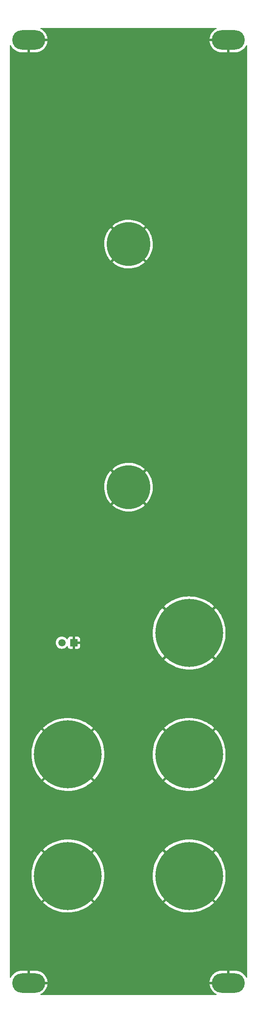
<source format=gtl>
G04 #@! TF.GenerationSoftware,KiCad,Pcbnew,6.0.4-6f826c9f35~116~ubuntu20.04.1*
G04 #@! TF.CreationDate,2022-04-19T20:10:12-04:00*
G04 #@! TF.ProjectId,arpenvfol_panel,61727065-6e76-4666-9f6c-5f70616e656c,rev?*
G04 #@! TF.SameCoordinates,Original*
G04 #@! TF.FileFunction,Copper,L1,Top*
G04 #@! TF.FilePolarity,Positive*
%FSLAX46Y46*%
G04 Gerber Fmt 4.6, Leading zero omitted, Abs format (unit mm)*
G04 Created by KiCad (PCBNEW 6.0.4-6f826c9f35~116~ubuntu20.04.1) date 2022-04-19 20:10:12*
%MOMM*%
%LPD*%
G01*
G04 APERTURE LIST*
G04 #@! TA.AperFunction,ComponentPad*
%ADD10O,6.800000X4.000000*%
G04 #@! TD*
G04 #@! TA.AperFunction,ComponentPad*
%ADD11C,9.000000*%
G04 #@! TD*
G04 #@! TA.AperFunction,ComponentPad*
%ADD12C,14.000000*%
G04 #@! TD*
G04 #@! TA.AperFunction,ComponentPad*
%ADD13C,1.500000*%
G04 #@! TD*
G04 #@! TA.AperFunction,ComponentPad*
%ADD14R,1.500000X1.500000*%
G04 #@! TD*
G04 APERTURE END LIST*
D10*
G04 #@! TO.P,H10,1*
G04 #@! TO.N,GND*
X61700000Y-10600000D03*
X61700000Y-204600000D03*
G04 #@! TD*
D11*
G04 #@! TO.P,H6,1*
G04 #@! TO.N,GND*
X41100000Y-102600000D03*
G04 #@! TD*
D12*
G04 #@! TO.P,H1,1*
G04 #@! TO.N,GND*
X28600000Y-157600000D03*
G04 #@! TD*
D10*
G04 #@! TO.P,H7,1*
G04 #@! TO.N,GND*
X20500000Y-10600000D03*
X20500000Y-204600000D03*
G04 #@! TD*
D12*
G04 #@! TO.P,H2,1*
G04 #@! TO.N,GND*
X28600000Y-182600000D03*
G04 #@! TD*
G04 #@! TO.P,H3,1*
G04 #@! TO.N,GND*
X53600000Y-157600000D03*
G04 #@! TD*
G04 #@! TO.P,H4,1*
G04 #@! TO.N,GND*
X53600000Y-182600000D03*
G04 #@! TD*
D13*
G04 #@! TO.P,J2,1,Pin_1*
G04 #@! TO.N,Net-(J2-Pad1)*
X27350000Y-134600000D03*
G04 #@! TD*
D11*
G04 #@! TO.P,H9,1*
G04 #@! TO.N,GND*
X41100000Y-52600000D03*
G04 #@! TD*
D12*
G04 #@! TO.P,H5,1*
G04 #@! TO.N,GND*
X53600000Y-132600000D03*
G04 #@! TD*
D14*
G04 #@! TO.P,J1,1,Pin_1*
G04 #@! TO.N,GND*
X29850000Y-134600000D03*
G04 #@! TD*
G04 #@! TA.AperFunction,Conductor*
G04 #@! TO.N,GND*
G36*
X59208761Y-8128502D02*
G01*
X59255254Y-8182158D01*
X59265358Y-8252432D01*
X59235864Y-8317012D01*
X59194288Y-8348508D01*
X59092959Y-8396190D01*
X59086026Y-8400001D01*
X58826271Y-8564847D01*
X58819868Y-8569498D01*
X58582813Y-8765607D01*
X58577046Y-8771023D01*
X58366443Y-8995293D01*
X58361404Y-9001384D01*
X58180570Y-9250281D01*
X58176330Y-9256961D01*
X58028110Y-9526572D01*
X58024753Y-9533707D01*
X57911492Y-9819770D01*
X57909047Y-9827296D01*
X57832538Y-10125279D01*
X57831055Y-10133050D01*
X57806425Y-10328026D01*
X57808728Y-10342306D01*
X57821720Y-10346000D01*
X61828000Y-10346000D01*
X61896121Y-10366002D01*
X61942614Y-10419658D01*
X61954000Y-10472000D01*
X61954000Y-13089885D01*
X61958475Y-13105124D01*
X61959865Y-13106329D01*
X61967548Y-13108000D01*
X63176829Y-13108000D01*
X63180820Y-13107874D01*
X63410994Y-13093393D01*
X63418855Y-13092400D01*
X63721046Y-13034754D01*
X63728723Y-13032783D01*
X64021309Y-12937716D01*
X64028672Y-12934801D01*
X64307041Y-12803811D01*
X64313974Y-12799999D01*
X64573729Y-12635153D01*
X64580132Y-12630502D01*
X64817187Y-12434393D01*
X64822954Y-12428977D01*
X65033557Y-12204707D01*
X65038596Y-12198616D01*
X65219430Y-11949719D01*
X65223670Y-11943039D01*
X65355085Y-11703996D01*
X65405431Y-11653937D01*
X65474848Y-11639044D01*
X65541297Y-11664045D01*
X65583681Y-11721002D01*
X65591500Y-11764697D01*
X65591500Y-203435303D01*
X65571498Y-203503424D01*
X65517842Y-203549917D01*
X65447568Y-203560021D01*
X65382988Y-203530527D01*
X65355085Y-203496004D01*
X65223670Y-203256961D01*
X65219430Y-203250281D01*
X65038596Y-203001384D01*
X65033557Y-202995293D01*
X64822954Y-202771023D01*
X64817187Y-202765607D01*
X64580132Y-202569498D01*
X64573729Y-202564847D01*
X64313974Y-202400001D01*
X64307041Y-202396189D01*
X64028672Y-202265199D01*
X64021309Y-202262284D01*
X63728723Y-202167217D01*
X63721046Y-202165246D01*
X63418855Y-202107600D01*
X63410994Y-202106607D01*
X63180820Y-202092126D01*
X63176829Y-202092000D01*
X61972115Y-202092000D01*
X61956876Y-202096475D01*
X61955671Y-202097865D01*
X61954000Y-202105548D01*
X61954000Y-204728000D01*
X61933998Y-204796121D01*
X61880342Y-204842614D01*
X61828000Y-204854000D01*
X57822269Y-204854000D01*
X57808392Y-204858075D01*
X57806355Y-204871426D01*
X57831055Y-205066950D01*
X57832538Y-205074721D01*
X57909047Y-205372704D01*
X57911492Y-205380230D01*
X58024753Y-205666293D01*
X58028110Y-205673428D01*
X58176330Y-205943039D01*
X58180570Y-205949719D01*
X58361404Y-206198616D01*
X58366443Y-206204707D01*
X58577046Y-206428977D01*
X58582813Y-206434393D01*
X58819868Y-206630502D01*
X58826271Y-206635153D01*
X59086026Y-206799999D01*
X59092959Y-206803810D01*
X59194288Y-206851492D01*
X59247409Y-206898594D01*
X59266632Y-206966939D01*
X59245853Y-207034827D01*
X59191670Y-207080704D01*
X59140640Y-207091500D01*
X23059360Y-207091500D01*
X22991239Y-207071498D01*
X22944746Y-207017842D01*
X22934642Y-206947568D01*
X22964136Y-206882988D01*
X23005712Y-206851492D01*
X23107041Y-206803810D01*
X23113974Y-206799999D01*
X23373729Y-206635153D01*
X23380132Y-206630502D01*
X23617187Y-206434393D01*
X23622954Y-206428977D01*
X23833557Y-206204707D01*
X23838596Y-206198616D01*
X24019430Y-205949719D01*
X24023670Y-205943039D01*
X24171890Y-205673428D01*
X24175247Y-205666293D01*
X24288508Y-205380230D01*
X24290953Y-205372704D01*
X24367462Y-205074721D01*
X24368945Y-205066950D01*
X24393575Y-204871974D01*
X24391272Y-204857694D01*
X24378280Y-204854000D01*
X20372000Y-204854000D01*
X20303879Y-204833998D01*
X20257386Y-204780342D01*
X20246000Y-204728000D01*
X20246000Y-204327885D01*
X20754000Y-204327885D01*
X20758475Y-204343124D01*
X20759865Y-204344329D01*
X20767548Y-204346000D01*
X24377731Y-204346000D01*
X24391608Y-204341925D01*
X24393645Y-204328574D01*
X24393576Y-204328026D01*
X57806425Y-204328026D01*
X57808728Y-204342306D01*
X57821720Y-204346000D01*
X61427885Y-204346000D01*
X61443124Y-204341525D01*
X61444329Y-204340135D01*
X61446000Y-204332452D01*
X61446000Y-202110115D01*
X61441525Y-202094876D01*
X61440135Y-202093671D01*
X61432452Y-202092000D01*
X60223171Y-202092000D01*
X60219180Y-202092126D01*
X59989006Y-202106607D01*
X59981145Y-202107600D01*
X59678954Y-202165246D01*
X59671277Y-202167217D01*
X59378691Y-202262284D01*
X59371328Y-202265199D01*
X59092959Y-202396189D01*
X59086026Y-202400001D01*
X58826271Y-202564847D01*
X58819868Y-202569498D01*
X58582813Y-202765607D01*
X58577046Y-202771023D01*
X58366443Y-202995293D01*
X58361404Y-203001384D01*
X58180570Y-203250281D01*
X58176330Y-203256961D01*
X58028110Y-203526572D01*
X58024753Y-203533707D01*
X57911492Y-203819770D01*
X57909047Y-203827296D01*
X57832538Y-204125279D01*
X57831055Y-204133050D01*
X57806425Y-204328026D01*
X24393576Y-204328026D01*
X24368945Y-204133050D01*
X24367462Y-204125279D01*
X24290953Y-203827296D01*
X24288508Y-203819770D01*
X24175247Y-203533707D01*
X24171890Y-203526572D01*
X24023670Y-203256961D01*
X24019430Y-203250281D01*
X23838596Y-203001384D01*
X23833557Y-202995293D01*
X23622954Y-202771023D01*
X23617187Y-202765607D01*
X23380132Y-202569498D01*
X23373729Y-202564847D01*
X23113974Y-202400001D01*
X23107041Y-202396189D01*
X22828672Y-202265199D01*
X22821309Y-202262284D01*
X22528723Y-202167217D01*
X22521046Y-202165246D01*
X22218855Y-202107600D01*
X22210994Y-202106607D01*
X21980820Y-202092126D01*
X21976829Y-202092000D01*
X20772115Y-202092000D01*
X20756876Y-202096475D01*
X20755671Y-202097865D01*
X20754000Y-202105548D01*
X20754000Y-204327885D01*
X20246000Y-204327885D01*
X20246000Y-202110115D01*
X20241525Y-202094876D01*
X20240135Y-202093671D01*
X20232452Y-202092000D01*
X19023171Y-202092000D01*
X19019180Y-202092126D01*
X18789006Y-202106607D01*
X18781145Y-202107600D01*
X18478954Y-202165246D01*
X18471277Y-202167217D01*
X18178691Y-202262284D01*
X18171328Y-202265199D01*
X17892959Y-202396189D01*
X17886026Y-202400001D01*
X17626271Y-202564847D01*
X17619868Y-202569498D01*
X17382813Y-202765607D01*
X17377046Y-202771023D01*
X17166443Y-202995293D01*
X17161404Y-203001384D01*
X16980570Y-203250281D01*
X16976330Y-203256961D01*
X16844915Y-203496004D01*
X16794569Y-203546063D01*
X16725152Y-203560956D01*
X16658703Y-203535955D01*
X16616319Y-203478998D01*
X16608500Y-203435303D01*
X16608500Y-188087102D01*
X23478438Y-188087102D01*
X23478462Y-188087441D01*
X23484285Y-188096073D01*
X23728991Y-188319913D01*
X23732445Y-188322852D01*
X24150430Y-188653550D01*
X24154067Y-188656222D01*
X24594618Y-188956182D01*
X24598446Y-188958593D01*
X25059337Y-189226300D01*
X25063309Y-189228421D01*
X25542148Y-189462483D01*
X25546284Y-189464325D01*
X26040627Y-189663551D01*
X26044871Y-189665087D01*
X26552218Y-189828467D01*
X26556539Y-189829689D01*
X27074254Y-189956374D01*
X27078695Y-189957294D01*
X27604141Y-190046637D01*
X27608595Y-190047232D01*
X28139106Y-190098782D01*
X28143579Y-190099056D01*
X28676427Y-190112543D01*
X28680930Y-190112496D01*
X29213352Y-190087853D01*
X29217836Y-190087485D01*
X29747152Y-190024836D01*
X29751591Y-190024149D01*
X30275087Y-189923814D01*
X30279446Y-189922815D01*
X30794414Y-189785311D01*
X30798727Y-189783992D01*
X31302525Y-189610028D01*
X31306740Y-189608402D01*
X31796805Y-189398866D01*
X31800892Y-189396943D01*
X32274731Y-189152900D01*
X32278658Y-189150696D01*
X32733828Y-188873404D01*
X32737624Y-188870901D01*
X33171786Y-188561788D01*
X33175372Y-188559036D01*
X33586362Y-188219640D01*
X33589705Y-188216672D01*
X33713630Y-188098453D01*
X33720179Y-188087102D01*
X48478438Y-188087102D01*
X48478462Y-188087441D01*
X48484285Y-188096073D01*
X48728991Y-188319913D01*
X48732445Y-188322852D01*
X49150430Y-188653550D01*
X49154067Y-188656222D01*
X49594618Y-188956182D01*
X49598446Y-188958593D01*
X50059337Y-189226300D01*
X50063309Y-189228421D01*
X50542148Y-189462483D01*
X50546284Y-189464325D01*
X51040627Y-189663551D01*
X51044871Y-189665087D01*
X51552218Y-189828467D01*
X51556539Y-189829689D01*
X52074254Y-189956374D01*
X52078695Y-189957294D01*
X52604141Y-190046637D01*
X52608595Y-190047232D01*
X53139106Y-190098782D01*
X53143579Y-190099056D01*
X53676427Y-190112543D01*
X53680930Y-190112496D01*
X54213352Y-190087853D01*
X54217836Y-190087485D01*
X54747152Y-190024836D01*
X54751591Y-190024149D01*
X55275087Y-189923814D01*
X55279446Y-189922815D01*
X55794414Y-189785311D01*
X55798727Y-189783992D01*
X56302525Y-189610028D01*
X56306740Y-189608402D01*
X56796805Y-189398866D01*
X56800892Y-189396943D01*
X57274731Y-189152900D01*
X57278658Y-189150696D01*
X57733828Y-188873404D01*
X57737624Y-188870901D01*
X58171786Y-188561788D01*
X58175372Y-188559036D01*
X58586362Y-188219640D01*
X58589705Y-188216672D01*
X58713630Y-188098453D01*
X58721568Y-188084695D01*
X58721518Y-188083649D01*
X58716625Y-188075835D01*
X53612812Y-182972022D01*
X53598868Y-182964408D01*
X53597035Y-182964539D01*
X53590420Y-182968790D01*
X48486052Y-188073158D01*
X48478438Y-188087102D01*
X33720179Y-188087102D01*
X33721568Y-188084695D01*
X33721518Y-188083649D01*
X33716625Y-188075835D01*
X28612812Y-182972022D01*
X28598868Y-182964408D01*
X28597035Y-182964539D01*
X28590420Y-182968790D01*
X23486052Y-188073158D01*
X23478438Y-188087102D01*
X16608500Y-188087102D01*
X16608500Y-182650201D01*
X21087236Y-182650201D01*
X21087267Y-182654699D01*
X21110052Y-183187215D01*
X21110404Y-183191696D01*
X21171206Y-183721240D01*
X21171874Y-183725659D01*
X21270381Y-184249497D01*
X21271370Y-184253884D01*
X21407070Y-184769308D01*
X21408381Y-184773648D01*
X21580581Y-185278039D01*
X21582188Y-185282249D01*
X21790028Y-185773079D01*
X21791917Y-185777129D01*
X22034314Y-186251836D01*
X22036507Y-186255776D01*
X22312217Y-186711925D01*
X22314678Y-186715685D01*
X22622290Y-187150947D01*
X22625036Y-187154552D01*
X22962987Y-187566712D01*
X22965944Y-187570066D01*
X23101751Y-187713428D01*
X23115482Y-187721415D01*
X23116410Y-187721374D01*
X23124399Y-187716391D01*
X28227978Y-182612812D01*
X28234356Y-182601132D01*
X28964408Y-182601132D01*
X28964539Y-182602965D01*
X28968790Y-182609580D01*
X34073389Y-187714179D01*
X34087333Y-187721793D01*
X34087556Y-187721778D01*
X34096338Y-187715831D01*
X34336905Y-187450987D01*
X34339793Y-187447570D01*
X34669044Y-187028414D01*
X34671701Y-187024771D01*
X34970130Y-186583164D01*
X34972526Y-186579329D01*
X35238617Y-186117514D01*
X35240726Y-186113531D01*
X35473116Y-185633878D01*
X35474941Y-185629741D01*
X35672446Y-185134690D01*
X35673961Y-185130460D01*
X35835567Y-184622549D01*
X35836781Y-184618202D01*
X35961661Y-184100034D01*
X35962555Y-184095638D01*
X36050064Y-183569885D01*
X36050649Y-183565380D01*
X36100363Y-183034517D01*
X36100613Y-183030439D01*
X36111566Y-182650201D01*
X46087236Y-182650201D01*
X46087267Y-182654699D01*
X46110052Y-183187215D01*
X46110404Y-183191696D01*
X46171206Y-183721240D01*
X46171874Y-183725659D01*
X46270381Y-184249497D01*
X46271370Y-184253884D01*
X46407070Y-184769308D01*
X46408381Y-184773648D01*
X46580581Y-185278039D01*
X46582188Y-185282249D01*
X46790028Y-185773079D01*
X46791917Y-185777129D01*
X47034314Y-186251836D01*
X47036507Y-186255776D01*
X47312217Y-186711925D01*
X47314678Y-186715685D01*
X47622290Y-187150947D01*
X47625036Y-187154552D01*
X47962987Y-187566712D01*
X47965944Y-187570066D01*
X48101751Y-187713428D01*
X48115482Y-187721415D01*
X48116410Y-187721374D01*
X48124399Y-187716391D01*
X53227978Y-182612812D01*
X53234356Y-182601132D01*
X53964408Y-182601132D01*
X53964539Y-182602965D01*
X53968790Y-182609580D01*
X59073389Y-187714179D01*
X59087333Y-187721793D01*
X59087556Y-187721778D01*
X59096338Y-187715831D01*
X59336905Y-187450987D01*
X59339793Y-187447570D01*
X59669044Y-187028414D01*
X59671701Y-187024771D01*
X59970130Y-186583164D01*
X59972526Y-186579329D01*
X60238617Y-186117514D01*
X60240726Y-186113531D01*
X60473116Y-185633878D01*
X60474941Y-185629741D01*
X60672446Y-185134690D01*
X60673961Y-185130460D01*
X60835567Y-184622549D01*
X60836781Y-184618202D01*
X60961661Y-184100034D01*
X60962555Y-184095638D01*
X61050064Y-183569885D01*
X61050649Y-183565380D01*
X61100363Y-183034517D01*
X61100613Y-183030439D01*
X61112954Y-182602024D01*
X61112939Y-182597967D01*
X61093866Y-182065096D01*
X61093544Y-182060601D01*
X61036442Y-181530662D01*
X61035800Y-181526211D01*
X60940955Y-181001710D01*
X60939999Y-180997327D01*
X60807892Y-180480933D01*
X60806630Y-180476645D01*
X60637938Y-179971015D01*
X60636370Y-179966818D01*
X60431966Y-179474558D01*
X60430088Y-179470456D01*
X60191023Y-178994094D01*
X60188855Y-178990133D01*
X59916347Y-178532090D01*
X59913891Y-178528279D01*
X59609331Y-178090890D01*
X59606624Y-178087284D01*
X59271552Y-177672765D01*
X59268609Y-177669380D01*
X59098034Y-177486780D01*
X59084361Y-177478698D01*
X59083667Y-177478724D01*
X59075320Y-177483890D01*
X53972022Y-182587188D01*
X53964408Y-182601132D01*
X53234356Y-182601132D01*
X53235592Y-182598868D01*
X53235461Y-182597035D01*
X53231210Y-182590420D01*
X48127007Y-177486217D01*
X48113063Y-177478603D01*
X48112606Y-177478635D01*
X48104130Y-177484332D01*
X47897104Y-177709077D01*
X47894190Y-177712477D01*
X47562015Y-178129331D01*
X47559344Y-178132941D01*
X47257831Y-178572465D01*
X47255409Y-178576283D01*
X46986107Y-179036216D01*
X46983964Y-179040196D01*
X46748233Y-179518211D01*
X46746376Y-179522343D01*
X46545427Y-180015984D01*
X46543874Y-180020230D01*
X46378729Y-180526984D01*
X46377484Y-180531326D01*
X46248991Y-181048608D01*
X46248067Y-181052991D01*
X46156885Y-181578152D01*
X46156274Y-181582609D01*
X46102873Y-182112930D01*
X46102583Y-182117413D01*
X46087236Y-182650201D01*
X36111566Y-182650201D01*
X36112954Y-182602024D01*
X36112939Y-182597967D01*
X36093866Y-182065096D01*
X36093544Y-182060601D01*
X36036442Y-181530662D01*
X36035800Y-181526211D01*
X35940955Y-181001710D01*
X35939999Y-180997327D01*
X35807892Y-180480933D01*
X35806630Y-180476645D01*
X35637938Y-179971015D01*
X35636370Y-179966818D01*
X35431966Y-179474558D01*
X35430088Y-179470456D01*
X35191023Y-178994094D01*
X35188855Y-178990133D01*
X34916347Y-178532090D01*
X34913891Y-178528279D01*
X34609331Y-178090890D01*
X34606624Y-178087284D01*
X34271552Y-177672765D01*
X34268609Y-177669380D01*
X34098034Y-177486780D01*
X34084361Y-177478698D01*
X34083667Y-177478724D01*
X34075320Y-177483890D01*
X28972022Y-182587188D01*
X28964408Y-182601132D01*
X28234356Y-182601132D01*
X28235592Y-182598868D01*
X28235461Y-182597035D01*
X28231210Y-182590420D01*
X23127007Y-177486217D01*
X23113063Y-177478603D01*
X23112606Y-177478635D01*
X23104130Y-177484332D01*
X22897104Y-177709077D01*
X22894190Y-177712477D01*
X22562015Y-178129331D01*
X22559344Y-178132941D01*
X22257831Y-178572465D01*
X22255409Y-178576283D01*
X21986107Y-179036216D01*
X21983964Y-179040196D01*
X21748233Y-179518211D01*
X21746376Y-179522343D01*
X21545427Y-180015984D01*
X21543874Y-180020230D01*
X21378729Y-180526984D01*
X21377484Y-180531326D01*
X21248991Y-181048608D01*
X21248067Y-181052991D01*
X21156885Y-181578152D01*
X21156274Y-181582609D01*
X21102873Y-182112930D01*
X21102583Y-182117413D01*
X21087236Y-182650201D01*
X16608500Y-182650201D01*
X16608500Y-177115591D01*
X23478674Y-177115591D01*
X23478707Y-177116404D01*
X23483783Y-177124573D01*
X28587188Y-182227978D01*
X28601132Y-182235592D01*
X28602965Y-182235461D01*
X28609580Y-182231210D01*
X33713682Y-177127108D01*
X33719971Y-177115591D01*
X48478674Y-177115591D01*
X48478707Y-177116404D01*
X48483783Y-177124573D01*
X53587188Y-182227978D01*
X53601132Y-182235592D01*
X53602965Y-182235461D01*
X53609580Y-182231210D01*
X58713682Y-177127108D01*
X58721296Y-177113164D01*
X58721255Y-177112590D01*
X58715684Y-177104268D01*
X58510818Y-176914228D01*
X58507387Y-176911267D01*
X58091729Y-176577666D01*
X58088115Y-176574972D01*
X57649654Y-176271933D01*
X57645835Y-176269490D01*
X57186846Y-175998585D01*
X57182877Y-175996430D01*
X56705679Y-175759028D01*
X56701575Y-175757166D01*
X56208610Y-175554483D01*
X56204395Y-175552924D01*
X55698199Y-175386006D01*
X55693883Y-175384752D01*
X55177042Y-175254451D01*
X55172665Y-175253513D01*
X54647822Y-175160496D01*
X54643365Y-175159870D01*
X54113241Y-175104620D01*
X54108747Y-175104313D01*
X53576027Y-175087107D01*
X53571530Y-175087122D01*
X53038927Y-175108048D01*
X53034451Y-175108384D01*
X52504713Y-175167336D01*
X52500261Y-175167994D01*
X51976106Y-175264667D01*
X51971701Y-175265643D01*
X51455801Y-175399545D01*
X51451490Y-175400830D01*
X50946471Y-175571278D01*
X50942259Y-175572870D01*
X50450723Y-175778988D01*
X50446647Y-175780871D01*
X49971109Y-176021605D01*
X49967158Y-176023786D01*
X49510063Y-176297893D01*
X49506267Y-176300358D01*
X49069930Y-176606452D01*
X49066347Y-176609162D01*
X48653007Y-176945674D01*
X48649617Y-176948642D01*
X48486708Y-177101891D01*
X48478674Y-177115591D01*
X33719971Y-177115591D01*
X33721296Y-177113164D01*
X33721255Y-177112590D01*
X33715684Y-177104268D01*
X33510818Y-176914228D01*
X33507387Y-176911267D01*
X33091729Y-176577666D01*
X33088115Y-176574972D01*
X32649654Y-176271933D01*
X32645835Y-176269490D01*
X32186846Y-175998585D01*
X32182877Y-175996430D01*
X31705679Y-175759028D01*
X31701575Y-175757166D01*
X31208610Y-175554483D01*
X31204395Y-175552924D01*
X30698199Y-175386006D01*
X30693883Y-175384752D01*
X30177042Y-175254451D01*
X30172665Y-175253513D01*
X29647822Y-175160496D01*
X29643365Y-175159870D01*
X29113241Y-175104620D01*
X29108747Y-175104313D01*
X28576027Y-175087107D01*
X28571530Y-175087122D01*
X28038927Y-175108048D01*
X28034451Y-175108384D01*
X27504713Y-175167336D01*
X27500261Y-175167994D01*
X26976106Y-175264667D01*
X26971701Y-175265643D01*
X26455801Y-175399545D01*
X26451490Y-175400830D01*
X25946471Y-175571278D01*
X25942259Y-175572870D01*
X25450723Y-175778988D01*
X25446647Y-175780871D01*
X24971109Y-176021605D01*
X24967158Y-176023786D01*
X24510063Y-176297893D01*
X24506267Y-176300358D01*
X24069930Y-176606452D01*
X24066347Y-176609162D01*
X23653007Y-176945674D01*
X23649617Y-176948642D01*
X23486708Y-177101891D01*
X23478674Y-177115591D01*
X16608500Y-177115591D01*
X16608500Y-163087102D01*
X23478438Y-163087102D01*
X23478462Y-163087441D01*
X23484285Y-163096073D01*
X23728991Y-163319913D01*
X23732445Y-163322852D01*
X24150430Y-163653550D01*
X24154067Y-163656222D01*
X24594618Y-163956182D01*
X24598446Y-163958593D01*
X25059337Y-164226300D01*
X25063309Y-164228421D01*
X25542148Y-164462483D01*
X25546284Y-164464325D01*
X26040627Y-164663551D01*
X26044871Y-164665087D01*
X26552218Y-164828467D01*
X26556539Y-164829689D01*
X27074254Y-164956374D01*
X27078695Y-164957294D01*
X27604141Y-165046637D01*
X27608595Y-165047232D01*
X28139106Y-165098782D01*
X28143579Y-165099056D01*
X28676427Y-165112543D01*
X28680930Y-165112496D01*
X29213352Y-165087853D01*
X29217836Y-165087485D01*
X29747152Y-165024836D01*
X29751591Y-165024149D01*
X30275087Y-164923814D01*
X30279446Y-164922815D01*
X30794414Y-164785311D01*
X30798727Y-164783992D01*
X31302525Y-164610028D01*
X31306740Y-164608402D01*
X31796805Y-164398866D01*
X31800892Y-164396943D01*
X32274731Y-164152900D01*
X32278658Y-164150696D01*
X32733828Y-163873404D01*
X32737624Y-163870901D01*
X33171786Y-163561788D01*
X33175372Y-163559036D01*
X33586362Y-163219640D01*
X33589705Y-163216672D01*
X33713630Y-163098453D01*
X33720179Y-163087102D01*
X48478438Y-163087102D01*
X48478462Y-163087441D01*
X48484285Y-163096073D01*
X48728991Y-163319913D01*
X48732445Y-163322852D01*
X49150430Y-163653550D01*
X49154067Y-163656222D01*
X49594618Y-163956182D01*
X49598446Y-163958593D01*
X50059337Y-164226300D01*
X50063309Y-164228421D01*
X50542148Y-164462483D01*
X50546284Y-164464325D01*
X51040627Y-164663551D01*
X51044871Y-164665087D01*
X51552218Y-164828467D01*
X51556539Y-164829689D01*
X52074254Y-164956374D01*
X52078695Y-164957294D01*
X52604141Y-165046637D01*
X52608595Y-165047232D01*
X53139106Y-165098782D01*
X53143579Y-165099056D01*
X53676427Y-165112543D01*
X53680930Y-165112496D01*
X54213352Y-165087853D01*
X54217836Y-165087485D01*
X54747152Y-165024836D01*
X54751591Y-165024149D01*
X55275087Y-164923814D01*
X55279446Y-164922815D01*
X55794414Y-164785311D01*
X55798727Y-164783992D01*
X56302525Y-164610028D01*
X56306740Y-164608402D01*
X56796805Y-164398866D01*
X56800892Y-164396943D01*
X57274731Y-164152900D01*
X57278658Y-164150696D01*
X57733828Y-163873404D01*
X57737624Y-163870901D01*
X58171786Y-163561788D01*
X58175372Y-163559036D01*
X58586362Y-163219640D01*
X58589705Y-163216672D01*
X58713630Y-163098453D01*
X58721568Y-163084695D01*
X58721518Y-163083649D01*
X58716625Y-163075835D01*
X53612812Y-157972022D01*
X53598868Y-157964408D01*
X53597035Y-157964539D01*
X53590420Y-157968790D01*
X48486052Y-163073158D01*
X48478438Y-163087102D01*
X33720179Y-163087102D01*
X33721568Y-163084695D01*
X33721518Y-163083649D01*
X33716625Y-163075835D01*
X28612812Y-157972022D01*
X28598868Y-157964408D01*
X28597035Y-157964539D01*
X28590420Y-157968790D01*
X23486052Y-163073158D01*
X23478438Y-163087102D01*
X16608500Y-163087102D01*
X16608500Y-157650201D01*
X21087236Y-157650201D01*
X21087267Y-157654699D01*
X21110052Y-158187215D01*
X21110404Y-158191696D01*
X21171206Y-158721240D01*
X21171874Y-158725659D01*
X21270381Y-159249497D01*
X21271370Y-159253884D01*
X21407070Y-159769308D01*
X21408381Y-159773648D01*
X21580581Y-160278039D01*
X21582188Y-160282249D01*
X21790028Y-160773079D01*
X21791917Y-160777129D01*
X22034314Y-161251836D01*
X22036507Y-161255776D01*
X22312217Y-161711925D01*
X22314678Y-161715685D01*
X22622290Y-162150947D01*
X22625036Y-162154552D01*
X22962987Y-162566712D01*
X22965944Y-162570066D01*
X23101751Y-162713428D01*
X23115482Y-162721415D01*
X23116410Y-162721374D01*
X23124399Y-162716391D01*
X28227978Y-157612812D01*
X28234356Y-157601132D01*
X28964408Y-157601132D01*
X28964539Y-157602965D01*
X28968790Y-157609580D01*
X34073389Y-162714179D01*
X34087333Y-162721793D01*
X34087556Y-162721778D01*
X34096338Y-162715831D01*
X34336905Y-162450987D01*
X34339793Y-162447570D01*
X34669044Y-162028414D01*
X34671701Y-162024771D01*
X34970130Y-161583164D01*
X34972526Y-161579329D01*
X35238617Y-161117514D01*
X35240726Y-161113531D01*
X35473116Y-160633878D01*
X35474941Y-160629741D01*
X35672446Y-160134690D01*
X35673961Y-160130460D01*
X35835567Y-159622549D01*
X35836781Y-159618202D01*
X35961661Y-159100034D01*
X35962555Y-159095638D01*
X36050064Y-158569885D01*
X36050649Y-158565380D01*
X36100363Y-158034517D01*
X36100613Y-158030439D01*
X36111566Y-157650201D01*
X46087236Y-157650201D01*
X46087267Y-157654699D01*
X46110052Y-158187215D01*
X46110404Y-158191696D01*
X46171206Y-158721240D01*
X46171874Y-158725659D01*
X46270381Y-159249497D01*
X46271370Y-159253884D01*
X46407070Y-159769308D01*
X46408381Y-159773648D01*
X46580581Y-160278039D01*
X46582188Y-160282249D01*
X46790028Y-160773079D01*
X46791917Y-160777129D01*
X47034314Y-161251836D01*
X47036507Y-161255776D01*
X47312217Y-161711925D01*
X47314678Y-161715685D01*
X47622290Y-162150947D01*
X47625036Y-162154552D01*
X47962987Y-162566712D01*
X47965944Y-162570066D01*
X48101751Y-162713428D01*
X48115482Y-162721415D01*
X48116410Y-162721374D01*
X48124399Y-162716391D01*
X53227978Y-157612812D01*
X53234356Y-157601132D01*
X53964408Y-157601132D01*
X53964539Y-157602965D01*
X53968790Y-157609580D01*
X59073389Y-162714179D01*
X59087333Y-162721793D01*
X59087556Y-162721778D01*
X59096338Y-162715831D01*
X59336905Y-162450987D01*
X59339793Y-162447570D01*
X59669044Y-162028414D01*
X59671701Y-162024771D01*
X59970130Y-161583164D01*
X59972526Y-161579329D01*
X60238617Y-161117514D01*
X60240726Y-161113531D01*
X60473116Y-160633878D01*
X60474941Y-160629741D01*
X60672446Y-160134690D01*
X60673961Y-160130460D01*
X60835567Y-159622549D01*
X60836781Y-159618202D01*
X60961661Y-159100034D01*
X60962555Y-159095638D01*
X61050064Y-158569885D01*
X61050649Y-158565380D01*
X61100363Y-158034517D01*
X61100613Y-158030439D01*
X61112954Y-157602024D01*
X61112939Y-157597967D01*
X61093866Y-157065096D01*
X61093544Y-157060601D01*
X61036442Y-156530662D01*
X61035800Y-156526211D01*
X60940955Y-156001710D01*
X60939999Y-155997327D01*
X60807892Y-155480933D01*
X60806630Y-155476645D01*
X60637938Y-154971015D01*
X60636370Y-154966818D01*
X60431966Y-154474558D01*
X60430088Y-154470456D01*
X60191023Y-153994094D01*
X60188855Y-153990133D01*
X59916347Y-153532090D01*
X59913891Y-153528279D01*
X59609331Y-153090890D01*
X59606624Y-153087284D01*
X59271552Y-152672765D01*
X59268609Y-152669380D01*
X59098034Y-152486780D01*
X59084361Y-152478698D01*
X59083667Y-152478724D01*
X59075320Y-152483890D01*
X53972022Y-157587188D01*
X53964408Y-157601132D01*
X53234356Y-157601132D01*
X53235592Y-157598868D01*
X53235461Y-157597035D01*
X53231210Y-157590420D01*
X48127007Y-152486217D01*
X48113063Y-152478603D01*
X48112606Y-152478635D01*
X48104130Y-152484332D01*
X47897104Y-152709077D01*
X47894190Y-152712477D01*
X47562015Y-153129331D01*
X47559344Y-153132941D01*
X47257831Y-153572465D01*
X47255409Y-153576283D01*
X46986107Y-154036216D01*
X46983964Y-154040196D01*
X46748233Y-154518211D01*
X46746376Y-154522343D01*
X46545427Y-155015984D01*
X46543874Y-155020230D01*
X46378729Y-155526984D01*
X46377484Y-155531326D01*
X46248991Y-156048608D01*
X46248067Y-156052991D01*
X46156885Y-156578152D01*
X46156274Y-156582609D01*
X46102873Y-157112930D01*
X46102583Y-157117413D01*
X46087236Y-157650201D01*
X36111566Y-157650201D01*
X36112954Y-157602024D01*
X36112939Y-157597967D01*
X36093866Y-157065096D01*
X36093544Y-157060601D01*
X36036442Y-156530662D01*
X36035800Y-156526211D01*
X35940955Y-156001710D01*
X35939999Y-155997327D01*
X35807892Y-155480933D01*
X35806630Y-155476645D01*
X35637938Y-154971015D01*
X35636370Y-154966818D01*
X35431966Y-154474558D01*
X35430088Y-154470456D01*
X35191023Y-153994094D01*
X35188855Y-153990133D01*
X34916347Y-153532090D01*
X34913891Y-153528279D01*
X34609331Y-153090890D01*
X34606624Y-153087284D01*
X34271552Y-152672765D01*
X34268609Y-152669380D01*
X34098034Y-152486780D01*
X34084361Y-152478698D01*
X34083667Y-152478724D01*
X34075320Y-152483890D01*
X28972022Y-157587188D01*
X28964408Y-157601132D01*
X28234356Y-157601132D01*
X28235592Y-157598868D01*
X28235461Y-157597035D01*
X28231210Y-157590420D01*
X23127007Y-152486217D01*
X23113063Y-152478603D01*
X23112606Y-152478635D01*
X23104130Y-152484332D01*
X22897104Y-152709077D01*
X22894190Y-152712477D01*
X22562015Y-153129331D01*
X22559344Y-153132941D01*
X22257831Y-153572465D01*
X22255409Y-153576283D01*
X21986107Y-154036216D01*
X21983964Y-154040196D01*
X21748233Y-154518211D01*
X21746376Y-154522343D01*
X21545427Y-155015984D01*
X21543874Y-155020230D01*
X21378729Y-155526984D01*
X21377484Y-155531326D01*
X21248991Y-156048608D01*
X21248067Y-156052991D01*
X21156885Y-156578152D01*
X21156274Y-156582609D01*
X21102873Y-157112930D01*
X21102583Y-157117413D01*
X21087236Y-157650201D01*
X16608500Y-157650201D01*
X16608500Y-152115591D01*
X23478674Y-152115591D01*
X23478707Y-152116404D01*
X23483783Y-152124573D01*
X28587188Y-157227978D01*
X28601132Y-157235592D01*
X28602965Y-157235461D01*
X28609580Y-157231210D01*
X33713682Y-152127108D01*
X33719971Y-152115591D01*
X48478674Y-152115591D01*
X48478707Y-152116404D01*
X48483783Y-152124573D01*
X53587188Y-157227978D01*
X53601132Y-157235592D01*
X53602965Y-157235461D01*
X53609580Y-157231210D01*
X58713682Y-152127108D01*
X58721296Y-152113164D01*
X58721255Y-152112590D01*
X58715684Y-152104268D01*
X58510818Y-151914228D01*
X58507387Y-151911267D01*
X58091729Y-151577666D01*
X58088115Y-151574972D01*
X57649654Y-151271933D01*
X57645835Y-151269490D01*
X57186846Y-150998585D01*
X57182877Y-150996430D01*
X56705679Y-150759028D01*
X56701575Y-150757166D01*
X56208610Y-150554483D01*
X56204395Y-150552924D01*
X55698199Y-150386006D01*
X55693883Y-150384752D01*
X55177042Y-150254451D01*
X55172665Y-150253513D01*
X54647822Y-150160496D01*
X54643365Y-150159870D01*
X54113241Y-150104620D01*
X54108747Y-150104313D01*
X53576027Y-150087107D01*
X53571530Y-150087122D01*
X53038927Y-150108048D01*
X53034451Y-150108384D01*
X52504713Y-150167336D01*
X52500261Y-150167994D01*
X51976106Y-150264667D01*
X51971701Y-150265643D01*
X51455801Y-150399545D01*
X51451490Y-150400830D01*
X50946471Y-150571278D01*
X50942259Y-150572870D01*
X50450723Y-150778988D01*
X50446647Y-150780871D01*
X49971109Y-151021605D01*
X49967158Y-151023786D01*
X49510063Y-151297893D01*
X49506267Y-151300358D01*
X49069930Y-151606452D01*
X49066347Y-151609162D01*
X48653007Y-151945674D01*
X48649617Y-151948642D01*
X48486708Y-152101891D01*
X48478674Y-152115591D01*
X33719971Y-152115591D01*
X33721296Y-152113164D01*
X33721255Y-152112590D01*
X33715684Y-152104268D01*
X33510818Y-151914228D01*
X33507387Y-151911267D01*
X33091729Y-151577666D01*
X33088115Y-151574972D01*
X32649654Y-151271933D01*
X32645835Y-151269490D01*
X32186846Y-150998585D01*
X32182877Y-150996430D01*
X31705679Y-150759028D01*
X31701575Y-150757166D01*
X31208610Y-150554483D01*
X31204395Y-150552924D01*
X30698199Y-150386006D01*
X30693883Y-150384752D01*
X30177042Y-150254451D01*
X30172665Y-150253513D01*
X29647822Y-150160496D01*
X29643365Y-150159870D01*
X29113241Y-150104620D01*
X29108747Y-150104313D01*
X28576027Y-150087107D01*
X28571530Y-150087122D01*
X28038927Y-150108048D01*
X28034451Y-150108384D01*
X27504713Y-150167336D01*
X27500261Y-150167994D01*
X26976106Y-150264667D01*
X26971701Y-150265643D01*
X26455801Y-150399545D01*
X26451490Y-150400830D01*
X25946471Y-150571278D01*
X25942259Y-150572870D01*
X25450723Y-150778988D01*
X25446647Y-150780871D01*
X24971109Y-151021605D01*
X24967158Y-151023786D01*
X24510063Y-151297893D01*
X24506267Y-151300358D01*
X24069930Y-151606452D01*
X24066347Y-151609162D01*
X23653007Y-151945674D01*
X23649617Y-151948642D01*
X23486708Y-152101891D01*
X23478674Y-152115591D01*
X16608500Y-152115591D01*
X16608500Y-138087102D01*
X48478438Y-138087102D01*
X48478462Y-138087441D01*
X48484285Y-138096073D01*
X48728991Y-138319913D01*
X48732445Y-138322852D01*
X49150430Y-138653550D01*
X49154067Y-138656222D01*
X49594618Y-138956182D01*
X49598446Y-138958593D01*
X50059337Y-139226300D01*
X50063309Y-139228421D01*
X50542148Y-139462483D01*
X50546284Y-139464325D01*
X51040627Y-139663551D01*
X51044871Y-139665087D01*
X51552218Y-139828467D01*
X51556539Y-139829689D01*
X52074254Y-139956374D01*
X52078695Y-139957294D01*
X52604141Y-140046637D01*
X52608595Y-140047232D01*
X53139106Y-140098782D01*
X53143579Y-140099056D01*
X53676427Y-140112543D01*
X53680930Y-140112496D01*
X54213352Y-140087853D01*
X54217836Y-140087485D01*
X54747152Y-140024836D01*
X54751591Y-140024149D01*
X55275087Y-139923814D01*
X55279446Y-139922815D01*
X55794414Y-139785311D01*
X55798727Y-139783992D01*
X56302525Y-139610028D01*
X56306740Y-139608402D01*
X56796805Y-139398866D01*
X56800892Y-139396943D01*
X57274731Y-139152900D01*
X57278658Y-139150696D01*
X57733828Y-138873404D01*
X57737624Y-138870901D01*
X58171786Y-138561788D01*
X58175372Y-138559036D01*
X58586362Y-138219640D01*
X58589705Y-138216672D01*
X58713630Y-138098453D01*
X58721568Y-138084695D01*
X58721518Y-138083649D01*
X58716625Y-138075835D01*
X53612812Y-132972022D01*
X53598868Y-132964408D01*
X53597035Y-132964539D01*
X53590420Y-132968790D01*
X48486052Y-138073158D01*
X48478438Y-138087102D01*
X16608500Y-138087102D01*
X16608500Y-134600000D01*
X26086693Y-134600000D01*
X26105885Y-134819371D01*
X26162880Y-135032076D01*
X26165205Y-135037061D01*
X26253618Y-135226666D01*
X26253621Y-135226671D01*
X26255944Y-135231653D01*
X26259100Y-135236160D01*
X26259101Y-135236162D01*
X26376873Y-135404357D01*
X26382251Y-135412038D01*
X26537962Y-135567749D01*
X26718346Y-135694056D01*
X26917924Y-135787120D01*
X27130629Y-135844115D01*
X27350000Y-135863307D01*
X27569371Y-135844115D01*
X27782076Y-135787120D01*
X27981654Y-135694056D01*
X28162038Y-135567749D01*
X28317749Y-135412038D01*
X28323128Y-135404357D01*
X28364206Y-135345691D01*
X28419663Y-135301363D01*
X28490283Y-135294054D01*
X28553643Y-135326085D01*
X28589628Y-135387286D01*
X28592682Y-135404357D01*
X28597895Y-135452352D01*
X28601521Y-135467604D01*
X28646676Y-135588054D01*
X28655214Y-135603649D01*
X28731715Y-135705724D01*
X28744276Y-135718285D01*
X28846351Y-135794786D01*
X28861946Y-135803324D01*
X28982394Y-135848478D01*
X28997649Y-135852105D01*
X29048514Y-135857631D01*
X29055328Y-135858000D01*
X29577885Y-135858000D01*
X29593124Y-135853525D01*
X29594329Y-135852135D01*
X29596000Y-135844452D01*
X29596000Y-135839884D01*
X30104000Y-135839884D01*
X30108475Y-135855123D01*
X30109865Y-135856328D01*
X30117548Y-135857999D01*
X30644669Y-135857999D01*
X30651490Y-135857629D01*
X30702352Y-135852105D01*
X30717604Y-135848479D01*
X30838054Y-135803324D01*
X30853649Y-135794786D01*
X30955724Y-135718285D01*
X30968285Y-135705724D01*
X31044786Y-135603649D01*
X31053324Y-135588054D01*
X31098478Y-135467606D01*
X31102105Y-135452351D01*
X31107631Y-135401486D01*
X31108000Y-135394672D01*
X31108000Y-134872115D01*
X31103525Y-134856876D01*
X31102135Y-134855671D01*
X31094452Y-134854000D01*
X30122115Y-134854000D01*
X30106876Y-134858475D01*
X30105671Y-134859865D01*
X30104000Y-134867548D01*
X30104000Y-135839884D01*
X29596000Y-135839884D01*
X29596000Y-134327885D01*
X30104000Y-134327885D01*
X30108475Y-134343124D01*
X30109865Y-134344329D01*
X30117548Y-134346000D01*
X31089884Y-134346000D01*
X31105123Y-134341525D01*
X31106328Y-134340135D01*
X31107999Y-134332452D01*
X31107999Y-133805331D01*
X31107629Y-133798510D01*
X31102105Y-133747648D01*
X31098479Y-133732396D01*
X31053324Y-133611946D01*
X31044786Y-133596351D01*
X30968285Y-133494276D01*
X30955724Y-133481715D01*
X30853649Y-133405214D01*
X30838054Y-133396676D01*
X30717606Y-133351522D01*
X30702351Y-133347895D01*
X30651486Y-133342369D01*
X30644672Y-133342000D01*
X30122115Y-133342000D01*
X30106876Y-133346475D01*
X30105671Y-133347865D01*
X30104000Y-133355548D01*
X30104000Y-134327885D01*
X29596000Y-134327885D01*
X29596000Y-133360116D01*
X29591525Y-133344877D01*
X29590135Y-133343672D01*
X29582452Y-133342001D01*
X29055331Y-133342001D01*
X29048510Y-133342371D01*
X28997648Y-133347895D01*
X28982396Y-133351521D01*
X28861946Y-133396676D01*
X28846351Y-133405214D01*
X28744276Y-133481715D01*
X28731715Y-133494276D01*
X28655214Y-133596351D01*
X28646676Y-133611946D01*
X28601522Y-133732394D01*
X28597894Y-133747649D01*
X28592681Y-133795644D01*
X28565440Y-133861206D01*
X28507077Y-133901633D01*
X28436123Y-133904089D01*
X28375105Y-133867794D01*
X28364205Y-133854308D01*
X28320908Y-133792473D01*
X28320906Y-133792470D01*
X28317749Y-133787962D01*
X28162038Y-133632251D01*
X27981654Y-133505944D01*
X27782076Y-133412880D01*
X27569371Y-133355885D01*
X27350000Y-133336693D01*
X27130629Y-133355885D01*
X26917924Y-133412880D01*
X26824562Y-133456415D01*
X26723334Y-133503618D01*
X26723329Y-133503621D01*
X26718347Y-133505944D01*
X26713840Y-133509100D01*
X26713838Y-133509101D01*
X26542473Y-133629092D01*
X26542470Y-133629094D01*
X26537962Y-133632251D01*
X26382251Y-133787962D01*
X26379094Y-133792470D01*
X26379092Y-133792473D01*
X26300938Y-133904089D01*
X26255944Y-133968347D01*
X26253621Y-133973329D01*
X26253618Y-133973334D01*
X26206415Y-134074562D01*
X26162880Y-134167924D01*
X26105885Y-134380629D01*
X26086693Y-134600000D01*
X16608500Y-134600000D01*
X16608500Y-132650201D01*
X46087236Y-132650201D01*
X46087267Y-132654699D01*
X46110052Y-133187215D01*
X46110404Y-133191696D01*
X46171206Y-133721240D01*
X46171874Y-133725659D01*
X46270381Y-134249497D01*
X46271370Y-134253884D01*
X46407070Y-134769308D01*
X46408381Y-134773648D01*
X46580581Y-135278039D01*
X46582188Y-135282249D01*
X46790028Y-135773079D01*
X46791917Y-135777129D01*
X47034314Y-136251836D01*
X47036507Y-136255776D01*
X47312217Y-136711925D01*
X47314678Y-136715685D01*
X47622290Y-137150947D01*
X47625036Y-137154552D01*
X47962987Y-137566712D01*
X47965944Y-137570066D01*
X48101751Y-137713428D01*
X48115482Y-137721415D01*
X48116410Y-137721374D01*
X48124399Y-137716391D01*
X53227978Y-132612812D01*
X53234356Y-132601132D01*
X53964408Y-132601132D01*
X53964539Y-132602965D01*
X53968790Y-132609580D01*
X59073389Y-137714179D01*
X59087333Y-137721793D01*
X59087556Y-137721778D01*
X59096338Y-137715831D01*
X59336905Y-137450987D01*
X59339793Y-137447570D01*
X59669044Y-137028414D01*
X59671701Y-137024771D01*
X59970130Y-136583164D01*
X59972526Y-136579329D01*
X60238617Y-136117514D01*
X60240726Y-136113531D01*
X60473116Y-135633878D01*
X60474941Y-135629741D01*
X60672446Y-135134690D01*
X60673961Y-135130460D01*
X60835567Y-134622549D01*
X60836781Y-134618202D01*
X60961661Y-134100034D01*
X60962555Y-134095638D01*
X61050064Y-133569885D01*
X61050649Y-133565380D01*
X61100363Y-133034517D01*
X61100613Y-133030439D01*
X61112954Y-132602024D01*
X61112939Y-132597967D01*
X61093866Y-132065096D01*
X61093544Y-132060601D01*
X61036442Y-131530662D01*
X61035800Y-131526211D01*
X60940955Y-131001710D01*
X60939999Y-130997327D01*
X60807892Y-130480933D01*
X60806630Y-130476645D01*
X60637938Y-129971015D01*
X60636370Y-129966818D01*
X60431966Y-129474558D01*
X60430088Y-129470456D01*
X60191023Y-128994094D01*
X60188855Y-128990133D01*
X59916347Y-128532090D01*
X59913891Y-128528279D01*
X59609331Y-128090890D01*
X59606624Y-128087284D01*
X59271552Y-127672765D01*
X59268609Y-127669380D01*
X59098034Y-127486780D01*
X59084361Y-127478698D01*
X59083667Y-127478724D01*
X59075320Y-127483890D01*
X53972022Y-132587188D01*
X53964408Y-132601132D01*
X53234356Y-132601132D01*
X53235592Y-132598868D01*
X53235461Y-132597035D01*
X53231210Y-132590420D01*
X48127007Y-127486217D01*
X48113063Y-127478603D01*
X48112606Y-127478635D01*
X48104130Y-127484332D01*
X47897104Y-127709077D01*
X47894190Y-127712477D01*
X47562015Y-128129331D01*
X47559344Y-128132941D01*
X47257831Y-128572465D01*
X47255409Y-128576283D01*
X46986107Y-129036216D01*
X46983964Y-129040196D01*
X46748233Y-129518211D01*
X46746376Y-129522343D01*
X46545427Y-130015984D01*
X46543874Y-130020230D01*
X46378729Y-130526984D01*
X46377484Y-130531326D01*
X46248991Y-131048608D01*
X46248067Y-131052991D01*
X46156885Y-131578152D01*
X46156274Y-131582609D01*
X46102873Y-132112930D01*
X46102583Y-132117413D01*
X46087236Y-132650201D01*
X16608500Y-132650201D01*
X16608500Y-127115591D01*
X48478674Y-127115591D01*
X48478707Y-127116404D01*
X48483783Y-127124573D01*
X53587188Y-132227978D01*
X53601132Y-132235592D01*
X53602965Y-132235461D01*
X53609580Y-132231210D01*
X58713682Y-127127108D01*
X58721296Y-127113164D01*
X58721255Y-127112590D01*
X58715684Y-127104268D01*
X58510818Y-126914228D01*
X58507387Y-126911267D01*
X58091729Y-126577666D01*
X58088115Y-126574972D01*
X57649654Y-126271933D01*
X57645835Y-126269490D01*
X57186846Y-125998585D01*
X57182877Y-125996430D01*
X56705679Y-125759028D01*
X56701575Y-125757166D01*
X56208610Y-125554483D01*
X56204395Y-125552924D01*
X55698199Y-125386006D01*
X55693883Y-125384752D01*
X55177042Y-125254451D01*
X55172665Y-125253513D01*
X54647822Y-125160496D01*
X54643365Y-125159870D01*
X54113241Y-125104620D01*
X54108747Y-125104313D01*
X53576027Y-125087107D01*
X53571530Y-125087122D01*
X53038927Y-125108048D01*
X53034451Y-125108384D01*
X52504713Y-125167336D01*
X52500261Y-125167994D01*
X51976106Y-125264667D01*
X51971701Y-125265643D01*
X51455801Y-125399545D01*
X51451490Y-125400830D01*
X50946471Y-125571278D01*
X50942259Y-125572870D01*
X50450723Y-125778988D01*
X50446647Y-125780871D01*
X49971109Y-126021605D01*
X49967158Y-126023786D01*
X49510063Y-126297893D01*
X49506267Y-126300358D01*
X49069930Y-126606452D01*
X49066347Y-126609162D01*
X48653007Y-126945674D01*
X48649617Y-126948642D01*
X48486708Y-127101891D01*
X48478674Y-127115591D01*
X16608500Y-127115591D01*
X16608500Y-106317924D01*
X37747616Y-106317924D01*
X37747665Y-106318616D01*
X37753111Y-106326781D01*
X37842226Y-106410027D01*
X37846503Y-106413681D01*
X38193829Y-106684553D01*
X38198386Y-106687792D01*
X38568432Y-106926727D01*
X38573261Y-106929549D01*
X38963048Y-107134626D01*
X38968150Y-107137027D01*
X39374633Y-107306647D01*
X39379888Y-107308570D01*
X39799860Y-107441389D01*
X39805259Y-107442836D01*
X40235375Y-107537796D01*
X40240886Y-107538758D01*
X40677749Y-107595110D01*
X40683312Y-107595577D01*
X41123453Y-107612869D01*
X41129045Y-107612840D01*
X41568965Y-107590940D01*
X41574548Y-107590412D01*
X42010788Y-107529490D01*
X42016275Y-107528473D01*
X42445381Y-107429012D01*
X42450767Y-107427508D01*
X42869333Y-107290296D01*
X42874550Y-107288324D01*
X43279260Y-107114447D01*
X43284303Y-107112009D01*
X43671943Y-106902850D01*
X43676747Y-106899975D01*
X44044239Y-106657198D01*
X44048802Y-106653883D01*
X44393266Y-106379393D01*
X44397481Y-106375716D01*
X44445286Y-106330112D01*
X44453226Y-106316352D01*
X44453176Y-106315307D01*
X44448285Y-106307495D01*
X41112812Y-102972022D01*
X41098868Y-102964408D01*
X41097035Y-102964539D01*
X41090420Y-102968790D01*
X37755230Y-106303980D01*
X37747616Y-106317924D01*
X16608500Y-106317924D01*
X16608500Y-102471585D01*
X36088722Y-102471585D01*
X36096793Y-102911981D01*
X36097143Y-102917547D01*
X36144333Y-103355491D01*
X36145180Y-103361030D01*
X36231112Y-103793042D01*
X36232441Y-103798453D01*
X36356444Y-104221138D01*
X36358250Y-104226413D01*
X36519326Y-104636377D01*
X36521608Y-104641501D01*
X36718485Y-105035516D01*
X36721209Y-105040409D01*
X36952333Y-105415363D01*
X36955484Y-105419999D01*
X37219031Y-105772931D01*
X37222564Y-105777248D01*
X37371583Y-105943625D01*
X37385079Y-105951989D01*
X37394491Y-105946299D01*
X40727978Y-102612812D01*
X40734356Y-102601132D01*
X41464408Y-102601132D01*
X41464539Y-102602965D01*
X41468790Y-102609580D01*
X44803870Y-105944660D01*
X44817631Y-105952174D01*
X44826992Y-105945716D01*
X45010483Y-105736482D01*
X45013988Y-105732109D01*
X45273825Y-105376435D01*
X45276920Y-105371777D01*
X45504101Y-104994431D01*
X45506782Y-104989492D01*
X45699515Y-104593455D01*
X45701750Y-104588289D01*
X45858519Y-104176675D01*
X45860275Y-104171363D01*
X45979838Y-103747427D01*
X45981114Y-103741991D01*
X46062520Y-103309092D01*
X46063307Y-103303555D01*
X46105963Y-102864580D01*
X46106236Y-102860143D01*
X46112990Y-102602234D01*
X46112948Y-102597762D01*
X46093327Y-102157177D01*
X46092829Y-102151590D01*
X46034193Y-101715047D01*
X46033200Y-101709524D01*
X45935990Y-101279920D01*
X45934517Y-101274533D01*
X45799499Y-100855261D01*
X45797544Y-100850003D01*
X45625801Y-100444419D01*
X45623382Y-100439348D01*
X45416253Y-100050614D01*
X45413418Y-100045819D01*
X45172538Y-99677013D01*
X45169287Y-99672489D01*
X44896582Y-99326564D01*
X44892934Y-99322338D01*
X44829587Y-99255233D01*
X44815871Y-99247222D01*
X44815000Y-99247259D01*
X44806923Y-99252287D01*
X41472022Y-102587188D01*
X41464408Y-102601132D01*
X40734356Y-102601132D01*
X40735592Y-102598868D01*
X40735461Y-102597035D01*
X40731210Y-102590420D01*
X37393542Y-99252752D01*
X37380234Y-99245485D01*
X37370195Y-99252607D01*
X37108756Y-99566953D01*
X37105361Y-99571425D01*
X36854932Y-99933765D01*
X36851953Y-99938515D01*
X36634719Y-100321695D01*
X36632188Y-100326662D01*
X36449866Y-100727656D01*
X36447788Y-100732824D01*
X36301840Y-101148426D01*
X36300219Y-101153795D01*
X36191798Y-101580705D01*
X36190664Y-101586178D01*
X36120621Y-102021044D01*
X36119976Y-102026622D01*
X36088869Y-102465964D01*
X36088722Y-102471585D01*
X16608500Y-102471585D01*
X16608500Y-98882502D01*
X37746077Y-98882502D01*
X37752184Y-98892974D01*
X41087188Y-102227978D01*
X41101132Y-102235592D01*
X41102965Y-102235461D01*
X41109580Y-102231210D01*
X44444435Y-98896355D01*
X44451998Y-98882505D01*
X44445671Y-98873283D01*
X44256913Y-98705992D01*
X44252551Y-98702459D01*
X43898262Y-98440778D01*
X43893609Y-98437651D01*
X43517453Y-98208495D01*
X43512536Y-98205791D01*
X43117488Y-98010974D01*
X43112379Y-98008732D01*
X42701563Y-97849799D01*
X42696273Y-97848019D01*
X42272954Y-97726234D01*
X42267530Y-97724932D01*
X41835068Y-97641261D01*
X41829539Y-97640445D01*
X41391353Y-97595550D01*
X41385771Y-97595228D01*
X40945346Y-97589463D01*
X40939735Y-97589639D01*
X40500541Y-97623048D01*
X40494984Y-97623720D01*
X40060504Y-97696037D01*
X40055007Y-97697205D01*
X39628680Y-97807858D01*
X39623314Y-97809510D01*
X39208509Y-97957622D01*
X39203321Y-97959739D01*
X38803311Y-98144147D01*
X38798342Y-98146711D01*
X38416308Y-98365948D01*
X38411575Y-98368951D01*
X38050545Y-98621278D01*
X38046104Y-98624686D01*
X37754521Y-98869785D01*
X37746077Y-98882502D01*
X16608500Y-98882502D01*
X16608500Y-56317924D01*
X37747616Y-56317924D01*
X37747665Y-56318616D01*
X37753111Y-56326781D01*
X37842226Y-56410027D01*
X37846503Y-56413681D01*
X38193829Y-56684553D01*
X38198386Y-56687792D01*
X38568432Y-56926727D01*
X38573261Y-56929549D01*
X38963048Y-57134626D01*
X38968150Y-57137027D01*
X39374633Y-57306647D01*
X39379888Y-57308570D01*
X39799860Y-57441389D01*
X39805259Y-57442836D01*
X40235375Y-57537796D01*
X40240886Y-57538758D01*
X40677749Y-57595110D01*
X40683312Y-57595577D01*
X41123453Y-57612869D01*
X41129045Y-57612840D01*
X41568965Y-57590940D01*
X41574548Y-57590412D01*
X42010788Y-57529490D01*
X42016275Y-57528473D01*
X42445381Y-57429012D01*
X42450767Y-57427508D01*
X42869333Y-57290296D01*
X42874550Y-57288324D01*
X43279260Y-57114447D01*
X43284303Y-57112009D01*
X43671943Y-56902850D01*
X43676747Y-56899975D01*
X44044239Y-56657198D01*
X44048802Y-56653883D01*
X44393266Y-56379393D01*
X44397481Y-56375716D01*
X44445286Y-56330112D01*
X44453226Y-56316352D01*
X44453176Y-56315307D01*
X44448285Y-56307495D01*
X41112812Y-52972022D01*
X41098868Y-52964408D01*
X41097035Y-52964539D01*
X41090420Y-52968790D01*
X37755230Y-56303980D01*
X37747616Y-56317924D01*
X16608500Y-56317924D01*
X16608500Y-52471585D01*
X36088722Y-52471585D01*
X36096793Y-52911981D01*
X36097143Y-52917547D01*
X36144333Y-53355491D01*
X36145180Y-53361030D01*
X36231112Y-53793042D01*
X36232441Y-53798453D01*
X36356444Y-54221138D01*
X36358250Y-54226413D01*
X36519326Y-54636377D01*
X36521608Y-54641501D01*
X36718485Y-55035516D01*
X36721209Y-55040409D01*
X36952333Y-55415363D01*
X36955484Y-55419999D01*
X37219031Y-55772931D01*
X37222564Y-55777248D01*
X37371583Y-55943625D01*
X37385079Y-55951989D01*
X37394491Y-55946299D01*
X40727978Y-52612812D01*
X40734356Y-52601132D01*
X41464408Y-52601132D01*
X41464539Y-52602965D01*
X41468790Y-52609580D01*
X44803870Y-55944660D01*
X44817631Y-55952174D01*
X44826992Y-55945716D01*
X45010483Y-55736482D01*
X45013988Y-55732109D01*
X45273825Y-55376435D01*
X45276920Y-55371777D01*
X45504101Y-54994431D01*
X45506782Y-54989492D01*
X45699515Y-54593455D01*
X45701750Y-54588289D01*
X45858519Y-54176675D01*
X45860275Y-54171363D01*
X45979838Y-53747427D01*
X45981114Y-53741991D01*
X46062520Y-53309092D01*
X46063307Y-53303555D01*
X46105963Y-52864580D01*
X46106236Y-52860143D01*
X46112990Y-52602234D01*
X46112948Y-52597762D01*
X46093327Y-52157177D01*
X46092829Y-52151590D01*
X46034193Y-51715047D01*
X46033200Y-51709524D01*
X45935990Y-51279920D01*
X45934517Y-51274533D01*
X45799499Y-50855261D01*
X45797544Y-50850003D01*
X45625801Y-50444419D01*
X45623382Y-50439348D01*
X45416253Y-50050614D01*
X45413418Y-50045819D01*
X45172538Y-49677013D01*
X45169287Y-49672489D01*
X44896582Y-49326564D01*
X44892934Y-49322338D01*
X44829587Y-49255233D01*
X44815871Y-49247222D01*
X44815000Y-49247259D01*
X44806923Y-49252287D01*
X41472022Y-52587188D01*
X41464408Y-52601132D01*
X40734356Y-52601132D01*
X40735592Y-52598868D01*
X40735461Y-52597035D01*
X40731210Y-52590420D01*
X37393542Y-49252752D01*
X37380234Y-49245485D01*
X37370195Y-49252607D01*
X37108756Y-49566953D01*
X37105361Y-49571425D01*
X36854932Y-49933765D01*
X36851953Y-49938515D01*
X36634719Y-50321695D01*
X36632188Y-50326662D01*
X36449866Y-50727656D01*
X36447788Y-50732824D01*
X36301840Y-51148426D01*
X36300219Y-51153795D01*
X36191798Y-51580705D01*
X36190664Y-51586178D01*
X36120621Y-52021044D01*
X36119976Y-52026622D01*
X36088869Y-52465964D01*
X36088722Y-52471585D01*
X16608500Y-52471585D01*
X16608500Y-48882502D01*
X37746077Y-48882502D01*
X37752184Y-48892974D01*
X41087188Y-52227978D01*
X41101132Y-52235592D01*
X41102965Y-52235461D01*
X41109580Y-52231210D01*
X44444435Y-48896355D01*
X44451998Y-48882505D01*
X44445671Y-48873283D01*
X44256913Y-48705992D01*
X44252551Y-48702459D01*
X43898262Y-48440778D01*
X43893609Y-48437651D01*
X43517453Y-48208495D01*
X43512536Y-48205791D01*
X43117488Y-48010974D01*
X43112379Y-48008732D01*
X42701563Y-47849799D01*
X42696273Y-47848019D01*
X42272954Y-47726234D01*
X42267530Y-47724932D01*
X41835068Y-47641261D01*
X41829539Y-47640445D01*
X41391353Y-47595550D01*
X41385771Y-47595228D01*
X40945346Y-47589463D01*
X40939735Y-47589639D01*
X40500541Y-47623048D01*
X40494984Y-47623720D01*
X40060504Y-47696037D01*
X40055007Y-47697205D01*
X39628680Y-47807858D01*
X39623314Y-47809510D01*
X39208509Y-47957622D01*
X39203321Y-47959739D01*
X38803311Y-48144147D01*
X38798342Y-48146711D01*
X38416308Y-48365948D01*
X38411575Y-48368951D01*
X38050545Y-48621278D01*
X38046104Y-48624686D01*
X37754521Y-48869785D01*
X37746077Y-48882502D01*
X16608500Y-48882502D01*
X16608500Y-11764697D01*
X16628502Y-11696576D01*
X16682158Y-11650083D01*
X16752432Y-11639979D01*
X16817012Y-11669473D01*
X16844915Y-11703996D01*
X16976330Y-11943039D01*
X16980570Y-11949719D01*
X17161404Y-12198616D01*
X17166443Y-12204707D01*
X17377046Y-12428977D01*
X17382813Y-12434393D01*
X17619868Y-12630502D01*
X17626271Y-12635153D01*
X17886026Y-12799999D01*
X17892959Y-12803811D01*
X18171328Y-12934801D01*
X18178691Y-12937716D01*
X18471277Y-13032783D01*
X18478954Y-13034754D01*
X18781145Y-13092400D01*
X18789006Y-13093393D01*
X19019180Y-13107874D01*
X19023171Y-13108000D01*
X20227885Y-13108000D01*
X20243124Y-13103525D01*
X20244329Y-13102135D01*
X20246000Y-13094452D01*
X20246000Y-13089885D01*
X20754000Y-13089885D01*
X20758475Y-13105124D01*
X20759865Y-13106329D01*
X20767548Y-13108000D01*
X21976829Y-13108000D01*
X21980820Y-13107874D01*
X22210994Y-13093393D01*
X22218855Y-13092400D01*
X22521046Y-13034754D01*
X22528723Y-13032783D01*
X22821309Y-12937716D01*
X22828672Y-12934801D01*
X23107041Y-12803811D01*
X23113974Y-12799999D01*
X23373729Y-12635153D01*
X23380132Y-12630502D01*
X23617187Y-12434393D01*
X23622954Y-12428977D01*
X23833557Y-12204707D01*
X23838596Y-12198616D01*
X24019430Y-11949719D01*
X24023670Y-11943039D01*
X24171890Y-11673428D01*
X24175247Y-11666293D01*
X24288508Y-11380230D01*
X24290953Y-11372704D01*
X24367462Y-11074721D01*
X24368945Y-11066950D01*
X24393575Y-10871974D01*
X24393487Y-10871426D01*
X57806355Y-10871426D01*
X57831055Y-11066950D01*
X57832538Y-11074721D01*
X57909047Y-11372704D01*
X57911492Y-11380230D01*
X58024753Y-11666293D01*
X58028110Y-11673428D01*
X58176330Y-11943039D01*
X58180570Y-11949719D01*
X58361404Y-12198616D01*
X58366443Y-12204707D01*
X58577046Y-12428977D01*
X58582813Y-12434393D01*
X58819868Y-12630502D01*
X58826271Y-12635153D01*
X59086026Y-12799999D01*
X59092959Y-12803811D01*
X59371328Y-12934801D01*
X59378691Y-12937716D01*
X59671277Y-13032783D01*
X59678954Y-13034754D01*
X59981145Y-13092400D01*
X59989006Y-13093393D01*
X60219180Y-13107874D01*
X60223171Y-13108000D01*
X61427885Y-13108000D01*
X61443124Y-13103525D01*
X61444329Y-13102135D01*
X61446000Y-13094452D01*
X61446000Y-10872115D01*
X61441525Y-10856876D01*
X61440135Y-10855671D01*
X61432452Y-10854000D01*
X57822269Y-10854000D01*
X57808392Y-10858075D01*
X57806355Y-10871426D01*
X24393487Y-10871426D01*
X24391272Y-10857694D01*
X24378280Y-10854000D01*
X20772115Y-10854000D01*
X20756876Y-10858475D01*
X20755671Y-10859865D01*
X20754000Y-10867548D01*
X20754000Y-13089885D01*
X20246000Y-13089885D01*
X20246000Y-10472000D01*
X20266002Y-10403879D01*
X20319658Y-10357386D01*
X20372000Y-10346000D01*
X24377731Y-10346000D01*
X24391608Y-10341925D01*
X24393645Y-10328574D01*
X24368945Y-10133050D01*
X24367462Y-10125279D01*
X24290953Y-9827296D01*
X24288508Y-9819770D01*
X24175247Y-9533707D01*
X24171890Y-9526572D01*
X24023670Y-9256961D01*
X24019430Y-9250281D01*
X23838596Y-9001384D01*
X23833557Y-8995293D01*
X23622954Y-8771023D01*
X23617187Y-8765607D01*
X23380132Y-8569498D01*
X23373729Y-8564847D01*
X23113974Y-8400001D01*
X23107041Y-8396190D01*
X23005712Y-8348508D01*
X22952591Y-8301406D01*
X22933368Y-8233061D01*
X22954147Y-8165173D01*
X23008330Y-8119296D01*
X23059360Y-8108500D01*
X59140640Y-8108500D01*
X59208761Y-8128502D01*
G37*
G04 #@! TD.AperFunction*
G04 #@! TD*
G04 #@! TA.AperFunction,Conductor*
G04 #@! TO.N,GND*
G36*
X59208761Y-8128502D02*
G01*
X59255254Y-8182158D01*
X59265358Y-8252432D01*
X59235864Y-8317012D01*
X59194288Y-8348508D01*
X59092959Y-8396190D01*
X59086026Y-8400001D01*
X58826271Y-8564847D01*
X58819868Y-8569498D01*
X58582813Y-8765607D01*
X58577046Y-8771023D01*
X58366443Y-8995293D01*
X58361404Y-9001384D01*
X58180570Y-9250281D01*
X58176330Y-9256961D01*
X58028110Y-9526572D01*
X58024753Y-9533707D01*
X57911492Y-9819770D01*
X57909047Y-9827296D01*
X57832538Y-10125279D01*
X57831055Y-10133050D01*
X57806425Y-10328026D01*
X57808728Y-10342306D01*
X57821720Y-10346000D01*
X61828000Y-10346000D01*
X61896121Y-10366002D01*
X61942614Y-10419658D01*
X61954000Y-10472000D01*
X61954000Y-13089885D01*
X61958475Y-13105124D01*
X61959865Y-13106329D01*
X61967548Y-13108000D01*
X63176829Y-13108000D01*
X63180820Y-13107874D01*
X63410994Y-13093393D01*
X63418855Y-13092400D01*
X63721046Y-13034754D01*
X63728723Y-13032783D01*
X64021309Y-12937716D01*
X64028672Y-12934801D01*
X64307041Y-12803811D01*
X64313974Y-12799999D01*
X64573729Y-12635153D01*
X64580132Y-12630502D01*
X64817187Y-12434393D01*
X64822954Y-12428977D01*
X65033557Y-12204707D01*
X65038596Y-12198616D01*
X65219430Y-11949719D01*
X65223670Y-11943039D01*
X65355085Y-11703996D01*
X65405431Y-11653937D01*
X65474848Y-11639044D01*
X65541297Y-11664045D01*
X65583681Y-11721002D01*
X65591500Y-11764697D01*
X65591500Y-203435303D01*
X65571498Y-203503424D01*
X65517842Y-203549917D01*
X65447568Y-203560021D01*
X65382988Y-203530527D01*
X65355085Y-203496004D01*
X65223670Y-203256961D01*
X65219430Y-203250281D01*
X65038596Y-203001384D01*
X65033557Y-202995293D01*
X64822954Y-202771023D01*
X64817187Y-202765607D01*
X64580132Y-202569498D01*
X64573729Y-202564847D01*
X64313974Y-202400001D01*
X64307041Y-202396189D01*
X64028672Y-202265199D01*
X64021309Y-202262284D01*
X63728723Y-202167217D01*
X63721046Y-202165246D01*
X63418855Y-202107600D01*
X63410994Y-202106607D01*
X63180820Y-202092126D01*
X63176829Y-202092000D01*
X61972115Y-202092000D01*
X61956876Y-202096475D01*
X61955671Y-202097865D01*
X61954000Y-202105548D01*
X61954000Y-204728000D01*
X61933998Y-204796121D01*
X61880342Y-204842614D01*
X61828000Y-204854000D01*
X57822269Y-204854000D01*
X57808392Y-204858075D01*
X57806355Y-204871426D01*
X57831055Y-205066950D01*
X57832538Y-205074721D01*
X57909047Y-205372704D01*
X57911492Y-205380230D01*
X58024753Y-205666293D01*
X58028110Y-205673428D01*
X58176330Y-205943039D01*
X58180570Y-205949719D01*
X58361404Y-206198616D01*
X58366443Y-206204707D01*
X58577046Y-206428977D01*
X58582813Y-206434393D01*
X58819868Y-206630502D01*
X58826271Y-206635153D01*
X59086026Y-206799999D01*
X59092959Y-206803810D01*
X59194288Y-206851492D01*
X59247409Y-206898594D01*
X59266632Y-206966939D01*
X59245853Y-207034827D01*
X59191670Y-207080704D01*
X59140640Y-207091500D01*
X23059360Y-207091500D01*
X22991239Y-207071498D01*
X22944746Y-207017842D01*
X22934642Y-206947568D01*
X22964136Y-206882988D01*
X23005712Y-206851492D01*
X23107041Y-206803810D01*
X23113974Y-206799999D01*
X23373729Y-206635153D01*
X23380132Y-206630502D01*
X23617187Y-206434393D01*
X23622954Y-206428977D01*
X23833557Y-206204707D01*
X23838596Y-206198616D01*
X24019430Y-205949719D01*
X24023670Y-205943039D01*
X24171890Y-205673428D01*
X24175247Y-205666293D01*
X24288508Y-205380230D01*
X24290953Y-205372704D01*
X24367462Y-205074721D01*
X24368945Y-205066950D01*
X24393575Y-204871974D01*
X24391272Y-204857694D01*
X24378280Y-204854000D01*
X20372000Y-204854000D01*
X20303879Y-204833998D01*
X20257386Y-204780342D01*
X20246000Y-204728000D01*
X20246000Y-204327885D01*
X20754000Y-204327885D01*
X20758475Y-204343124D01*
X20759865Y-204344329D01*
X20767548Y-204346000D01*
X24377731Y-204346000D01*
X24391608Y-204341925D01*
X24393645Y-204328574D01*
X24393576Y-204328026D01*
X57806425Y-204328026D01*
X57808728Y-204342306D01*
X57821720Y-204346000D01*
X61427885Y-204346000D01*
X61443124Y-204341525D01*
X61444329Y-204340135D01*
X61446000Y-204332452D01*
X61446000Y-202110115D01*
X61441525Y-202094876D01*
X61440135Y-202093671D01*
X61432452Y-202092000D01*
X60223171Y-202092000D01*
X60219180Y-202092126D01*
X59989006Y-202106607D01*
X59981145Y-202107600D01*
X59678954Y-202165246D01*
X59671277Y-202167217D01*
X59378691Y-202262284D01*
X59371328Y-202265199D01*
X59092959Y-202396189D01*
X59086026Y-202400001D01*
X58826271Y-202564847D01*
X58819868Y-202569498D01*
X58582813Y-202765607D01*
X58577046Y-202771023D01*
X58366443Y-202995293D01*
X58361404Y-203001384D01*
X58180570Y-203250281D01*
X58176330Y-203256961D01*
X58028110Y-203526572D01*
X58024753Y-203533707D01*
X57911492Y-203819770D01*
X57909047Y-203827296D01*
X57832538Y-204125279D01*
X57831055Y-204133050D01*
X57806425Y-204328026D01*
X24393576Y-204328026D01*
X24368945Y-204133050D01*
X24367462Y-204125279D01*
X24290953Y-203827296D01*
X24288508Y-203819770D01*
X24175247Y-203533707D01*
X24171890Y-203526572D01*
X24023670Y-203256961D01*
X24019430Y-203250281D01*
X23838596Y-203001384D01*
X23833557Y-202995293D01*
X23622954Y-202771023D01*
X23617187Y-202765607D01*
X23380132Y-202569498D01*
X23373729Y-202564847D01*
X23113974Y-202400001D01*
X23107041Y-202396189D01*
X22828672Y-202265199D01*
X22821309Y-202262284D01*
X22528723Y-202167217D01*
X22521046Y-202165246D01*
X22218855Y-202107600D01*
X22210994Y-202106607D01*
X21980820Y-202092126D01*
X21976829Y-202092000D01*
X20772115Y-202092000D01*
X20756876Y-202096475D01*
X20755671Y-202097865D01*
X20754000Y-202105548D01*
X20754000Y-204327885D01*
X20246000Y-204327885D01*
X20246000Y-202110115D01*
X20241525Y-202094876D01*
X20240135Y-202093671D01*
X20232452Y-202092000D01*
X19023171Y-202092000D01*
X19019180Y-202092126D01*
X18789006Y-202106607D01*
X18781145Y-202107600D01*
X18478954Y-202165246D01*
X18471277Y-202167217D01*
X18178691Y-202262284D01*
X18171328Y-202265199D01*
X17892959Y-202396189D01*
X17886026Y-202400001D01*
X17626271Y-202564847D01*
X17619868Y-202569498D01*
X17382813Y-202765607D01*
X17377046Y-202771023D01*
X17166443Y-202995293D01*
X17161404Y-203001384D01*
X16980570Y-203250281D01*
X16976330Y-203256961D01*
X16844915Y-203496004D01*
X16794569Y-203546063D01*
X16725152Y-203560956D01*
X16658703Y-203535955D01*
X16616319Y-203478998D01*
X16608500Y-203435303D01*
X16608500Y-188087102D01*
X23478438Y-188087102D01*
X23478462Y-188087441D01*
X23484285Y-188096073D01*
X23728991Y-188319913D01*
X23732445Y-188322852D01*
X24150430Y-188653550D01*
X24154067Y-188656222D01*
X24594618Y-188956182D01*
X24598446Y-188958593D01*
X25059337Y-189226300D01*
X25063309Y-189228421D01*
X25542148Y-189462483D01*
X25546284Y-189464325D01*
X26040627Y-189663551D01*
X26044871Y-189665087D01*
X26552218Y-189828467D01*
X26556539Y-189829689D01*
X27074254Y-189956374D01*
X27078695Y-189957294D01*
X27604141Y-190046637D01*
X27608595Y-190047232D01*
X28139106Y-190098782D01*
X28143579Y-190099056D01*
X28676427Y-190112543D01*
X28680930Y-190112496D01*
X29213352Y-190087853D01*
X29217836Y-190087485D01*
X29747152Y-190024836D01*
X29751591Y-190024149D01*
X30275087Y-189923814D01*
X30279446Y-189922815D01*
X30794414Y-189785311D01*
X30798727Y-189783992D01*
X31302525Y-189610028D01*
X31306740Y-189608402D01*
X31796805Y-189398866D01*
X31800892Y-189396943D01*
X32274731Y-189152900D01*
X32278658Y-189150696D01*
X32733828Y-188873404D01*
X32737624Y-188870901D01*
X33171786Y-188561788D01*
X33175372Y-188559036D01*
X33586362Y-188219640D01*
X33589705Y-188216672D01*
X33713630Y-188098453D01*
X33720179Y-188087102D01*
X48478438Y-188087102D01*
X48478462Y-188087441D01*
X48484285Y-188096073D01*
X48728991Y-188319913D01*
X48732445Y-188322852D01*
X49150430Y-188653550D01*
X49154067Y-188656222D01*
X49594618Y-188956182D01*
X49598446Y-188958593D01*
X50059337Y-189226300D01*
X50063309Y-189228421D01*
X50542148Y-189462483D01*
X50546284Y-189464325D01*
X51040627Y-189663551D01*
X51044871Y-189665087D01*
X51552218Y-189828467D01*
X51556539Y-189829689D01*
X52074254Y-189956374D01*
X52078695Y-189957294D01*
X52604141Y-190046637D01*
X52608595Y-190047232D01*
X53139106Y-190098782D01*
X53143579Y-190099056D01*
X53676427Y-190112543D01*
X53680930Y-190112496D01*
X54213352Y-190087853D01*
X54217836Y-190087485D01*
X54747152Y-190024836D01*
X54751591Y-190024149D01*
X55275087Y-189923814D01*
X55279446Y-189922815D01*
X55794414Y-189785311D01*
X55798727Y-189783992D01*
X56302525Y-189610028D01*
X56306740Y-189608402D01*
X56796805Y-189398866D01*
X56800892Y-189396943D01*
X57274731Y-189152900D01*
X57278658Y-189150696D01*
X57733828Y-188873404D01*
X57737624Y-188870901D01*
X58171786Y-188561788D01*
X58175372Y-188559036D01*
X58586362Y-188219640D01*
X58589705Y-188216672D01*
X58713630Y-188098453D01*
X58721568Y-188084695D01*
X58721518Y-188083649D01*
X58716625Y-188075835D01*
X53612812Y-182972022D01*
X53598868Y-182964408D01*
X53597035Y-182964539D01*
X53590420Y-182968790D01*
X48486052Y-188073158D01*
X48478438Y-188087102D01*
X33720179Y-188087102D01*
X33721568Y-188084695D01*
X33721518Y-188083649D01*
X33716625Y-188075835D01*
X28612812Y-182972022D01*
X28598868Y-182964408D01*
X28597035Y-182964539D01*
X28590420Y-182968790D01*
X23486052Y-188073158D01*
X23478438Y-188087102D01*
X16608500Y-188087102D01*
X16608500Y-182650201D01*
X21087236Y-182650201D01*
X21087267Y-182654699D01*
X21110052Y-183187215D01*
X21110404Y-183191696D01*
X21171206Y-183721240D01*
X21171874Y-183725659D01*
X21270381Y-184249497D01*
X21271370Y-184253884D01*
X21407070Y-184769308D01*
X21408381Y-184773648D01*
X21580581Y-185278039D01*
X21582188Y-185282249D01*
X21790028Y-185773079D01*
X21791917Y-185777129D01*
X22034314Y-186251836D01*
X22036507Y-186255776D01*
X22312217Y-186711925D01*
X22314678Y-186715685D01*
X22622290Y-187150947D01*
X22625036Y-187154552D01*
X22962987Y-187566712D01*
X22965944Y-187570066D01*
X23101751Y-187713428D01*
X23115482Y-187721415D01*
X23116410Y-187721374D01*
X23124399Y-187716391D01*
X28227978Y-182612812D01*
X28234356Y-182601132D01*
X28964408Y-182601132D01*
X28964539Y-182602965D01*
X28968790Y-182609580D01*
X34073389Y-187714179D01*
X34087333Y-187721793D01*
X34087556Y-187721778D01*
X34096338Y-187715831D01*
X34336905Y-187450987D01*
X34339793Y-187447570D01*
X34669044Y-187028414D01*
X34671701Y-187024771D01*
X34970130Y-186583164D01*
X34972526Y-186579329D01*
X35238617Y-186117514D01*
X35240726Y-186113531D01*
X35473116Y-185633878D01*
X35474941Y-185629741D01*
X35672446Y-185134690D01*
X35673961Y-185130460D01*
X35835567Y-184622549D01*
X35836781Y-184618202D01*
X35961661Y-184100034D01*
X35962555Y-184095638D01*
X36050064Y-183569885D01*
X36050649Y-183565380D01*
X36100363Y-183034517D01*
X36100613Y-183030439D01*
X36111566Y-182650201D01*
X46087236Y-182650201D01*
X46087267Y-182654699D01*
X46110052Y-183187215D01*
X46110404Y-183191696D01*
X46171206Y-183721240D01*
X46171874Y-183725659D01*
X46270381Y-184249497D01*
X46271370Y-184253884D01*
X46407070Y-184769308D01*
X46408381Y-184773648D01*
X46580581Y-185278039D01*
X46582188Y-185282249D01*
X46790028Y-185773079D01*
X46791917Y-185777129D01*
X47034314Y-186251836D01*
X47036507Y-186255776D01*
X47312217Y-186711925D01*
X47314678Y-186715685D01*
X47622290Y-187150947D01*
X47625036Y-187154552D01*
X47962987Y-187566712D01*
X47965944Y-187570066D01*
X48101751Y-187713428D01*
X48115482Y-187721415D01*
X48116410Y-187721374D01*
X48124399Y-187716391D01*
X53227978Y-182612812D01*
X53234356Y-182601132D01*
X53964408Y-182601132D01*
X53964539Y-182602965D01*
X53968790Y-182609580D01*
X59073389Y-187714179D01*
X59087333Y-187721793D01*
X59087556Y-187721778D01*
X59096338Y-187715831D01*
X59336905Y-187450987D01*
X59339793Y-187447570D01*
X59669044Y-187028414D01*
X59671701Y-187024771D01*
X59970130Y-186583164D01*
X59972526Y-186579329D01*
X60238617Y-186117514D01*
X60240726Y-186113531D01*
X60473116Y-185633878D01*
X60474941Y-185629741D01*
X60672446Y-185134690D01*
X60673961Y-185130460D01*
X60835567Y-184622549D01*
X60836781Y-184618202D01*
X60961661Y-184100034D01*
X60962555Y-184095638D01*
X61050064Y-183569885D01*
X61050649Y-183565380D01*
X61100363Y-183034517D01*
X61100613Y-183030439D01*
X61112954Y-182602024D01*
X61112939Y-182597967D01*
X61093866Y-182065096D01*
X61093544Y-182060601D01*
X61036442Y-181530662D01*
X61035800Y-181526211D01*
X60940955Y-181001710D01*
X60939999Y-180997327D01*
X60807892Y-180480933D01*
X60806630Y-180476645D01*
X60637938Y-179971015D01*
X60636370Y-179966818D01*
X60431966Y-179474558D01*
X60430088Y-179470456D01*
X60191023Y-178994094D01*
X60188855Y-178990133D01*
X59916347Y-178532090D01*
X59913891Y-178528279D01*
X59609331Y-178090890D01*
X59606624Y-178087284D01*
X59271552Y-177672765D01*
X59268609Y-177669380D01*
X59098034Y-177486780D01*
X59084361Y-177478698D01*
X59083667Y-177478724D01*
X59075320Y-177483890D01*
X53972022Y-182587188D01*
X53964408Y-182601132D01*
X53234356Y-182601132D01*
X53235592Y-182598868D01*
X53235461Y-182597035D01*
X53231210Y-182590420D01*
X48127007Y-177486217D01*
X48113063Y-177478603D01*
X48112606Y-177478635D01*
X48104130Y-177484332D01*
X47897104Y-177709077D01*
X47894190Y-177712477D01*
X47562015Y-178129331D01*
X47559344Y-178132941D01*
X47257831Y-178572465D01*
X47255409Y-178576283D01*
X46986107Y-179036216D01*
X46983964Y-179040196D01*
X46748233Y-179518211D01*
X46746376Y-179522343D01*
X46545427Y-180015984D01*
X46543874Y-180020230D01*
X46378729Y-180526984D01*
X46377484Y-180531326D01*
X46248991Y-181048608D01*
X46248067Y-181052991D01*
X46156885Y-181578152D01*
X46156274Y-181582609D01*
X46102873Y-182112930D01*
X46102583Y-182117413D01*
X46087236Y-182650201D01*
X36111566Y-182650201D01*
X36112954Y-182602024D01*
X36112939Y-182597967D01*
X36093866Y-182065096D01*
X36093544Y-182060601D01*
X36036442Y-181530662D01*
X36035800Y-181526211D01*
X35940955Y-181001710D01*
X35939999Y-180997327D01*
X35807892Y-180480933D01*
X35806630Y-180476645D01*
X35637938Y-179971015D01*
X35636370Y-179966818D01*
X35431966Y-179474558D01*
X35430088Y-179470456D01*
X35191023Y-178994094D01*
X35188855Y-178990133D01*
X34916347Y-178532090D01*
X34913891Y-178528279D01*
X34609331Y-178090890D01*
X34606624Y-178087284D01*
X34271552Y-177672765D01*
X34268609Y-177669380D01*
X34098034Y-177486780D01*
X34084361Y-177478698D01*
X34083667Y-177478724D01*
X34075320Y-177483890D01*
X28972022Y-182587188D01*
X28964408Y-182601132D01*
X28234356Y-182601132D01*
X28235592Y-182598868D01*
X28235461Y-182597035D01*
X28231210Y-182590420D01*
X23127007Y-177486217D01*
X23113063Y-177478603D01*
X23112606Y-177478635D01*
X23104130Y-177484332D01*
X22897104Y-177709077D01*
X22894190Y-177712477D01*
X22562015Y-178129331D01*
X22559344Y-178132941D01*
X22257831Y-178572465D01*
X22255409Y-178576283D01*
X21986107Y-179036216D01*
X21983964Y-179040196D01*
X21748233Y-179518211D01*
X21746376Y-179522343D01*
X21545427Y-180015984D01*
X21543874Y-180020230D01*
X21378729Y-180526984D01*
X21377484Y-180531326D01*
X21248991Y-181048608D01*
X21248067Y-181052991D01*
X21156885Y-181578152D01*
X21156274Y-181582609D01*
X21102873Y-182112930D01*
X21102583Y-182117413D01*
X21087236Y-182650201D01*
X16608500Y-182650201D01*
X16608500Y-177115591D01*
X23478674Y-177115591D01*
X23478707Y-177116404D01*
X23483783Y-177124573D01*
X28587188Y-182227978D01*
X28601132Y-182235592D01*
X28602965Y-182235461D01*
X28609580Y-182231210D01*
X33713682Y-177127108D01*
X33719971Y-177115591D01*
X48478674Y-177115591D01*
X48478707Y-177116404D01*
X48483783Y-177124573D01*
X53587188Y-182227978D01*
X53601132Y-182235592D01*
X53602965Y-182235461D01*
X53609580Y-182231210D01*
X58713682Y-177127108D01*
X58721296Y-177113164D01*
X58721255Y-177112590D01*
X58715684Y-177104268D01*
X58510818Y-176914228D01*
X58507387Y-176911267D01*
X58091729Y-176577666D01*
X58088115Y-176574972D01*
X57649654Y-176271933D01*
X57645835Y-176269490D01*
X57186846Y-175998585D01*
X57182877Y-175996430D01*
X56705679Y-175759028D01*
X56701575Y-175757166D01*
X56208610Y-175554483D01*
X56204395Y-175552924D01*
X55698199Y-175386006D01*
X55693883Y-175384752D01*
X55177042Y-175254451D01*
X55172665Y-175253513D01*
X54647822Y-175160496D01*
X54643365Y-175159870D01*
X54113241Y-175104620D01*
X54108747Y-175104313D01*
X53576027Y-175087107D01*
X53571530Y-175087122D01*
X53038927Y-175108048D01*
X53034451Y-175108384D01*
X52504713Y-175167336D01*
X52500261Y-175167994D01*
X51976106Y-175264667D01*
X51971701Y-175265643D01*
X51455801Y-175399545D01*
X51451490Y-175400830D01*
X50946471Y-175571278D01*
X50942259Y-175572870D01*
X50450723Y-175778988D01*
X50446647Y-175780871D01*
X49971109Y-176021605D01*
X49967158Y-176023786D01*
X49510063Y-176297893D01*
X49506267Y-176300358D01*
X49069930Y-176606452D01*
X49066347Y-176609162D01*
X48653007Y-176945674D01*
X48649617Y-176948642D01*
X48486708Y-177101891D01*
X48478674Y-177115591D01*
X33719971Y-177115591D01*
X33721296Y-177113164D01*
X33721255Y-177112590D01*
X33715684Y-177104268D01*
X33510818Y-176914228D01*
X33507387Y-176911267D01*
X33091729Y-176577666D01*
X33088115Y-176574972D01*
X32649654Y-176271933D01*
X32645835Y-176269490D01*
X32186846Y-175998585D01*
X32182877Y-175996430D01*
X31705679Y-175759028D01*
X31701575Y-175757166D01*
X31208610Y-175554483D01*
X31204395Y-175552924D01*
X30698199Y-175386006D01*
X30693883Y-175384752D01*
X30177042Y-175254451D01*
X30172665Y-175253513D01*
X29647822Y-175160496D01*
X29643365Y-175159870D01*
X29113241Y-175104620D01*
X29108747Y-175104313D01*
X28576027Y-175087107D01*
X28571530Y-175087122D01*
X28038927Y-175108048D01*
X28034451Y-175108384D01*
X27504713Y-175167336D01*
X27500261Y-175167994D01*
X26976106Y-175264667D01*
X26971701Y-175265643D01*
X26455801Y-175399545D01*
X26451490Y-175400830D01*
X25946471Y-175571278D01*
X25942259Y-175572870D01*
X25450723Y-175778988D01*
X25446647Y-175780871D01*
X24971109Y-176021605D01*
X24967158Y-176023786D01*
X24510063Y-176297893D01*
X24506267Y-176300358D01*
X24069930Y-176606452D01*
X24066347Y-176609162D01*
X23653007Y-176945674D01*
X23649617Y-176948642D01*
X23486708Y-177101891D01*
X23478674Y-177115591D01*
X16608500Y-177115591D01*
X16608500Y-163087102D01*
X23478438Y-163087102D01*
X23478462Y-163087441D01*
X23484285Y-163096073D01*
X23728991Y-163319913D01*
X23732445Y-163322852D01*
X24150430Y-163653550D01*
X24154067Y-163656222D01*
X24594618Y-163956182D01*
X24598446Y-163958593D01*
X25059337Y-164226300D01*
X25063309Y-164228421D01*
X25542148Y-164462483D01*
X25546284Y-164464325D01*
X26040627Y-164663551D01*
X26044871Y-164665087D01*
X26552218Y-164828467D01*
X26556539Y-164829689D01*
X27074254Y-164956374D01*
X27078695Y-164957294D01*
X27604141Y-165046637D01*
X27608595Y-165047232D01*
X28139106Y-165098782D01*
X28143579Y-165099056D01*
X28676427Y-165112543D01*
X28680930Y-165112496D01*
X29213352Y-165087853D01*
X29217836Y-165087485D01*
X29747152Y-165024836D01*
X29751591Y-165024149D01*
X30275087Y-164923814D01*
X30279446Y-164922815D01*
X30794414Y-164785311D01*
X30798727Y-164783992D01*
X31302525Y-164610028D01*
X31306740Y-164608402D01*
X31796805Y-164398866D01*
X31800892Y-164396943D01*
X32274731Y-164152900D01*
X32278658Y-164150696D01*
X32733828Y-163873404D01*
X32737624Y-163870901D01*
X33171786Y-163561788D01*
X33175372Y-163559036D01*
X33586362Y-163219640D01*
X33589705Y-163216672D01*
X33713630Y-163098453D01*
X33720179Y-163087102D01*
X48478438Y-163087102D01*
X48478462Y-163087441D01*
X48484285Y-163096073D01*
X48728991Y-163319913D01*
X48732445Y-163322852D01*
X49150430Y-163653550D01*
X49154067Y-163656222D01*
X49594618Y-163956182D01*
X49598446Y-163958593D01*
X50059337Y-164226300D01*
X50063309Y-164228421D01*
X50542148Y-164462483D01*
X50546284Y-164464325D01*
X51040627Y-164663551D01*
X51044871Y-164665087D01*
X51552218Y-164828467D01*
X51556539Y-164829689D01*
X52074254Y-164956374D01*
X52078695Y-164957294D01*
X52604141Y-165046637D01*
X52608595Y-165047232D01*
X53139106Y-165098782D01*
X53143579Y-165099056D01*
X53676427Y-165112543D01*
X53680930Y-165112496D01*
X54213352Y-165087853D01*
X54217836Y-165087485D01*
X54747152Y-165024836D01*
X54751591Y-165024149D01*
X55275087Y-164923814D01*
X55279446Y-164922815D01*
X55794414Y-164785311D01*
X55798727Y-164783992D01*
X56302525Y-164610028D01*
X56306740Y-164608402D01*
X56796805Y-164398866D01*
X56800892Y-164396943D01*
X57274731Y-164152900D01*
X57278658Y-164150696D01*
X57733828Y-163873404D01*
X57737624Y-163870901D01*
X58171786Y-163561788D01*
X58175372Y-163559036D01*
X58586362Y-163219640D01*
X58589705Y-163216672D01*
X58713630Y-163098453D01*
X58721568Y-163084695D01*
X58721518Y-163083649D01*
X58716625Y-163075835D01*
X53612812Y-157972022D01*
X53598868Y-157964408D01*
X53597035Y-157964539D01*
X53590420Y-157968790D01*
X48486052Y-163073158D01*
X48478438Y-163087102D01*
X33720179Y-163087102D01*
X33721568Y-163084695D01*
X33721518Y-163083649D01*
X33716625Y-163075835D01*
X28612812Y-157972022D01*
X28598868Y-157964408D01*
X28597035Y-157964539D01*
X28590420Y-157968790D01*
X23486052Y-163073158D01*
X23478438Y-163087102D01*
X16608500Y-163087102D01*
X16608500Y-157650201D01*
X21087236Y-157650201D01*
X21087267Y-157654699D01*
X21110052Y-158187215D01*
X21110404Y-158191696D01*
X21171206Y-158721240D01*
X21171874Y-158725659D01*
X21270381Y-159249497D01*
X21271370Y-159253884D01*
X21407070Y-159769308D01*
X21408381Y-159773648D01*
X21580581Y-160278039D01*
X21582188Y-160282249D01*
X21790028Y-160773079D01*
X21791917Y-160777129D01*
X22034314Y-161251836D01*
X22036507Y-161255776D01*
X22312217Y-161711925D01*
X22314678Y-161715685D01*
X22622290Y-162150947D01*
X22625036Y-162154552D01*
X22962987Y-162566712D01*
X22965944Y-162570066D01*
X23101751Y-162713428D01*
X23115482Y-162721415D01*
X23116410Y-162721374D01*
X23124399Y-162716391D01*
X28227978Y-157612812D01*
X28234356Y-157601132D01*
X28964408Y-157601132D01*
X28964539Y-157602965D01*
X28968790Y-157609580D01*
X34073389Y-162714179D01*
X34087333Y-162721793D01*
X34087556Y-162721778D01*
X34096338Y-162715831D01*
X34336905Y-162450987D01*
X34339793Y-162447570D01*
X34669044Y-162028414D01*
X34671701Y-162024771D01*
X34970130Y-161583164D01*
X34972526Y-161579329D01*
X35238617Y-161117514D01*
X35240726Y-161113531D01*
X35473116Y-160633878D01*
X35474941Y-160629741D01*
X35672446Y-160134690D01*
X35673961Y-160130460D01*
X35835567Y-159622549D01*
X35836781Y-159618202D01*
X35961661Y-159100034D01*
X35962555Y-159095638D01*
X36050064Y-158569885D01*
X36050649Y-158565380D01*
X36100363Y-158034517D01*
X36100613Y-158030439D01*
X36111566Y-157650201D01*
X46087236Y-157650201D01*
X46087267Y-157654699D01*
X46110052Y-158187215D01*
X46110404Y-158191696D01*
X46171206Y-158721240D01*
X46171874Y-158725659D01*
X46270381Y-159249497D01*
X46271370Y-159253884D01*
X46407070Y-159769308D01*
X46408381Y-159773648D01*
X46580581Y-160278039D01*
X46582188Y-160282249D01*
X46790028Y-160773079D01*
X46791917Y-160777129D01*
X47034314Y-161251836D01*
X47036507Y-161255776D01*
X47312217Y-161711925D01*
X47314678Y-161715685D01*
X47622290Y-162150947D01*
X47625036Y-162154552D01*
X47962987Y-162566712D01*
X47965944Y-162570066D01*
X48101751Y-162713428D01*
X48115482Y-162721415D01*
X48116410Y-162721374D01*
X48124399Y-162716391D01*
X53227978Y-157612812D01*
X53234356Y-157601132D01*
X53964408Y-157601132D01*
X53964539Y-157602965D01*
X53968790Y-157609580D01*
X59073389Y-162714179D01*
X59087333Y-162721793D01*
X59087556Y-162721778D01*
X59096338Y-162715831D01*
X59336905Y-162450987D01*
X59339793Y-162447570D01*
X59669044Y-162028414D01*
X59671701Y-162024771D01*
X59970130Y-161583164D01*
X59972526Y-161579329D01*
X60238617Y-161117514D01*
X60240726Y-161113531D01*
X60473116Y-160633878D01*
X60474941Y-160629741D01*
X60672446Y-160134690D01*
X60673961Y-160130460D01*
X60835567Y-159622549D01*
X60836781Y-159618202D01*
X60961661Y-159100034D01*
X60962555Y-159095638D01*
X61050064Y-158569885D01*
X61050649Y-158565380D01*
X61100363Y-158034517D01*
X61100613Y-158030439D01*
X61112954Y-157602024D01*
X61112939Y-157597967D01*
X61093866Y-157065096D01*
X61093544Y-157060601D01*
X61036442Y-156530662D01*
X61035800Y-156526211D01*
X60940955Y-156001710D01*
X60939999Y-155997327D01*
X60807892Y-155480933D01*
X60806630Y-155476645D01*
X60637938Y-154971015D01*
X60636370Y-154966818D01*
X60431966Y-154474558D01*
X60430088Y-154470456D01*
X60191023Y-153994094D01*
X60188855Y-153990133D01*
X59916347Y-153532090D01*
X59913891Y-153528279D01*
X59609331Y-153090890D01*
X59606624Y-153087284D01*
X59271552Y-152672765D01*
X59268609Y-152669380D01*
X59098034Y-152486780D01*
X59084361Y-152478698D01*
X59083667Y-152478724D01*
X59075320Y-152483890D01*
X53972022Y-157587188D01*
X53964408Y-157601132D01*
X53234356Y-157601132D01*
X53235592Y-157598868D01*
X53235461Y-157597035D01*
X53231210Y-157590420D01*
X48127007Y-152486217D01*
X48113063Y-152478603D01*
X48112606Y-152478635D01*
X48104130Y-152484332D01*
X47897104Y-152709077D01*
X47894190Y-152712477D01*
X47562015Y-153129331D01*
X47559344Y-153132941D01*
X47257831Y-153572465D01*
X47255409Y-153576283D01*
X46986107Y-154036216D01*
X46983964Y-154040196D01*
X46748233Y-154518211D01*
X46746376Y-154522343D01*
X46545427Y-155015984D01*
X46543874Y-155020230D01*
X46378729Y-155526984D01*
X46377484Y-155531326D01*
X46248991Y-156048608D01*
X46248067Y-156052991D01*
X46156885Y-156578152D01*
X46156274Y-156582609D01*
X46102873Y-157112930D01*
X46102583Y-157117413D01*
X46087236Y-157650201D01*
X36111566Y-157650201D01*
X36112954Y-157602024D01*
X36112939Y-157597967D01*
X36093866Y-157065096D01*
X36093544Y-157060601D01*
X36036442Y-156530662D01*
X36035800Y-156526211D01*
X35940955Y-156001710D01*
X35939999Y-155997327D01*
X35807892Y-155480933D01*
X35806630Y-155476645D01*
X35637938Y-154971015D01*
X35636370Y-154966818D01*
X35431966Y-154474558D01*
X35430088Y-154470456D01*
X35191023Y-153994094D01*
X35188855Y-153990133D01*
X34916347Y-153532090D01*
X34913891Y-153528279D01*
X34609331Y-153090890D01*
X34606624Y-153087284D01*
X34271552Y-152672765D01*
X34268609Y-152669380D01*
X34098034Y-152486780D01*
X34084361Y-152478698D01*
X34083667Y-152478724D01*
X34075320Y-152483890D01*
X28972022Y-157587188D01*
X28964408Y-157601132D01*
X28234356Y-157601132D01*
X28235592Y-157598868D01*
X28235461Y-157597035D01*
X28231210Y-157590420D01*
X23127007Y-152486217D01*
X23113063Y-152478603D01*
X23112606Y-152478635D01*
X23104130Y-152484332D01*
X22897104Y-152709077D01*
X22894190Y-152712477D01*
X22562015Y-153129331D01*
X22559344Y-153132941D01*
X22257831Y-153572465D01*
X22255409Y-153576283D01*
X21986107Y-154036216D01*
X21983964Y-154040196D01*
X21748233Y-154518211D01*
X21746376Y-154522343D01*
X21545427Y-155015984D01*
X21543874Y-155020230D01*
X21378729Y-155526984D01*
X21377484Y-155531326D01*
X21248991Y-156048608D01*
X21248067Y-156052991D01*
X21156885Y-156578152D01*
X21156274Y-156582609D01*
X21102873Y-157112930D01*
X21102583Y-157117413D01*
X21087236Y-157650201D01*
X16608500Y-157650201D01*
X16608500Y-152115591D01*
X23478674Y-152115591D01*
X23478707Y-152116404D01*
X23483783Y-152124573D01*
X28587188Y-157227978D01*
X28601132Y-157235592D01*
X28602965Y-157235461D01*
X28609580Y-157231210D01*
X33713682Y-152127108D01*
X33719971Y-152115591D01*
X48478674Y-152115591D01*
X48478707Y-152116404D01*
X48483783Y-152124573D01*
X53587188Y-157227978D01*
X53601132Y-157235592D01*
X53602965Y-157235461D01*
X53609580Y-157231210D01*
X58713682Y-152127108D01*
X58721296Y-152113164D01*
X58721255Y-152112590D01*
X58715684Y-152104268D01*
X58510818Y-151914228D01*
X58507387Y-151911267D01*
X58091729Y-151577666D01*
X58088115Y-151574972D01*
X57649654Y-151271933D01*
X57645835Y-151269490D01*
X57186846Y-150998585D01*
X57182877Y-150996430D01*
X56705679Y-150759028D01*
X56701575Y-150757166D01*
X56208610Y-150554483D01*
X56204395Y-150552924D01*
X55698199Y-150386006D01*
X55693883Y-150384752D01*
X55177042Y-150254451D01*
X55172665Y-150253513D01*
X54647822Y-150160496D01*
X54643365Y-150159870D01*
X54113241Y-150104620D01*
X54108747Y-150104313D01*
X53576027Y-150087107D01*
X53571530Y-150087122D01*
X53038927Y-150108048D01*
X53034451Y-150108384D01*
X52504713Y-150167336D01*
X52500261Y-150167994D01*
X51976106Y-150264667D01*
X51971701Y-150265643D01*
X51455801Y-150399545D01*
X51451490Y-150400830D01*
X50946471Y-150571278D01*
X50942259Y-150572870D01*
X50450723Y-150778988D01*
X50446647Y-150780871D01*
X49971109Y-151021605D01*
X49967158Y-151023786D01*
X49510063Y-151297893D01*
X49506267Y-151300358D01*
X49069930Y-151606452D01*
X49066347Y-151609162D01*
X48653007Y-151945674D01*
X48649617Y-151948642D01*
X48486708Y-152101891D01*
X48478674Y-152115591D01*
X33719971Y-152115591D01*
X33721296Y-152113164D01*
X33721255Y-152112590D01*
X33715684Y-152104268D01*
X33510818Y-151914228D01*
X33507387Y-151911267D01*
X33091729Y-151577666D01*
X33088115Y-151574972D01*
X32649654Y-151271933D01*
X32645835Y-151269490D01*
X32186846Y-150998585D01*
X32182877Y-150996430D01*
X31705679Y-150759028D01*
X31701575Y-150757166D01*
X31208610Y-150554483D01*
X31204395Y-150552924D01*
X30698199Y-150386006D01*
X30693883Y-150384752D01*
X30177042Y-150254451D01*
X30172665Y-150253513D01*
X29647822Y-150160496D01*
X29643365Y-150159870D01*
X29113241Y-150104620D01*
X29108747Y-150104313D01*
X28576027Y-150087107D01*
X28571530Y-150087122D01*
X28038927Y-150108048D01*
X28034451Y-150108384D01*
X27504713Y-150167336D01*
X27500261Y-150167994D01*
X26976106Y-150264667D01*
X26971701Y-150265643D01*
X26455801Y-150399545D01*
X26451490Y-150400830D01*
X25946471Y-150571278D01*
X25942259Y-150572870D01*
X25450723Y-150778988D01*
X25446647Y-150780871D01*
X24971109Y-151021605D01*
X24967158Y-151023786D01*
X24510063Y-151297893D01*
X24506267Y-151300358D01*
X24069930Y-151606452D01*
X24066347Y-151609162D01*
X23653007Y-151945674D01*
X23649617Y-151948642D01*
X23486708Y-152101891D01*
X23478674Y-152115591D01*
X16608500Y-152115591D01*
X16608500Y-138087102D01*
X48478438Y-138087102D01*
X48478462Y-138087441D01*
X48484285Y-138096073D01*
X48728991Y-138319913D01*
X48732445Y-138322852D01*
X49150430Y-138653550D01*
X49154067Y-138656222D01*
X49594618Y-138956182D01*
X49598446Y-138958593D01*
X50059337Y-139226300D01*
X50063309Y-139228421D01*
X50542148Y-139462483D01*
X50546284Y-139464325D01*
X51040627Y-139663551D01*
X51044871Y-139665087D01*
X51552218Y-139828467D01*
X51556539Y-139829689D01*
X52074254Y-139956374D01*
X52078695Y-139957294D01*
X52604141Y-140046637D01*
X52608595Y-140047232D01*
X53139106Y-140098782D01*
X53143579Y-140099056D01*
X53676427Y-140112543D01*
X53680930Y-140112496D01*
X54213352Y-140087853D01*
X54217836Y-140087485D01*
X54747152Y-140024836D01*
X54751591Y-140024149D01*
X55275087Y-139923814D01*
X55279446Y-139922815D01*
X55794414Y-139785311D01*
X55798727Y-139783992D01*
X56302525Y-139610028D01*
X56306740Y-139608402D01*
X56796805Y-139398866D01*
X56800892Y-139396943D01*
X57274731Y-139152900D01*
X57278658Y-139150696D01*
X57733828Y-138873404D01*
X57737624Y-138870901D01*
X58171786Y-138561788D01*
X58175372Y-138559036D01*
X58586362Y-138219640D01*
X58589705Y-138216672D01*
X58713630Y-138098453D01*
X58721568Y-138084695D01*
X58721518Y-138083649D01*
X58716625Y-138075835D01*
X53612812Y-132972022D01*
X53598868Y-132964408D01*
X53597035Y-132964539D01*
X53590420Y-132968790D01*
X48486052Y-138073158D01*
X48478438Y-138087102D01*
X16608500Y-138087102D01*
X16608500Y-134600000D01*
X26086693Y-134600000D01*
X26105885Y-134819371D01*
X26162880Y-135032076D01*
X26165205Y-135037061D01*
X26253618Y-135226666D01*
X26253621Y-135226671D01*
X26255944Y-135231653D01*
X26259100Y-135236160D01*
X26259101Y-135236162D01*
X26376873Y-135404357D01*
X26382251Y-135412038D01*
X26537962Y-135567749D01*
X26718346Y-135694056D01*
X26917924Y-135787120D01*
X27130629Y-135844115D01*
X27350000Y-135863307D01*
X27569371Y-135844115D01*
X27782076Y-135787120D01*
X27981654Y-135694056D01*
X28162038Y-135567749D01*
X28317749Y-135412038D01*
X28323128Y-135404357D01*
X28364206Y-135345691D01*
X28419663Y-135301363D01*
X28490283Y-135294054D01*
X28553643Y-135326085D01*
X28589628Y-135387286D01*
X28592682Y-135404357D01*
X28597895Y-135452352D01*
X28601521Y-135467604D01*
X28646676Y-135588054D01*
X28655214Y-135603649D01*
X28731715Y-135705724D01*
X28744276Y-135718285D01*
X28846351Y-135794786D01*
X28861946Y-135803324D01*
X28982394Y-135848478D01*
X28997649Y-135852105D01*
X29048514Y-135857631D01*
X29055328Y-135858000D01*
X29577885Y-135858000D01*
X29593124Y-135853525D01*
X29594329Y-135852135D01*
X29596000Y-135844452D01*
X29596000Y-135839884D01*
X30104000Y-135839884D01*
X30108475Y-135855123D01*
X30109865Y-135856328D01*
X30117548Y-135857999D01*
X30644669Y-135857999D01*
X30651490Y-135857629D01*
X30702352Y-135852105D01*
X30717604Y-135848479D01*
X30838054Y-135803324D01*
X30853649Y-135794786D01*
X30955724Y-135718285D01*
X30968285Y-135705724D01*
X31044786Y-135603649D01*
X31053324Y-135588054D01*
X31098478Y-135467606D01*
X31102105Y-135452351D01*
X31107631Y-135401486D01*
X31108000Y-135394672D01*
X31108000Y-134872115D01*
X31103525Y-134856876D01*
X31102135Y-134855671D01*
X31094452Y-134854000D01*
X30122115Y-134854000D01*
X30106876Y-134858475D01*
X30105671Y-134859865D01*
X30104000Y-134867548D01*
X30104000Y-135839884D01*
X29596000Y-135839884D01*
X29596000Y-134327885D01*
X30104000Y-134327885D01*
X30108475Y-134343124D01*
X30109865Y-134344329D01*
X30117548Y-134346000D01*
X31089884Y-134346000D01*
X31105123Y-134341525D01*
X31106328Y-134340135D01*
X31107999Y-134332452D01*
X31107999Y-133805331D01*
X31107629Y-133798510D01*
X31102105Y-133747648D01*
X31098479Y-133732396D01*
X31053324Y-133611946D01*
X31044786Y-133596351D01*
X30968285Y-133494276D01*
X30955724Y-133481715D01*
X30853649Y-133405214D01*
X30838054Y-133396676D01*
X30717606Y-133351522D01*
X30702351Y-133347895D01*
X30651486Y-133342369D01*
X30644672Y-133342000D01*
X30122115Y-133342000D01*
X30106876Y-133346475D01*
X30105671Y-133347865D01*
X30104000Y-133355548D01*
X30104000Y-134327885D01*
X29596000Y-134327885D01*
X29596000Y-133360116D01*
X29591525Y-133344877D01*
X29590135Y-133343672D01*
X29582452Y-133342001D01*
X29055331Y-133342001D01*
X29048510Y-133342371D01*
X28997648Y-133347895D01*
X28982396Y-133351521D01*
X28861946Y-133396676D01*
X28846351Y-133405214D01*
X28744276Y-133481715D01*
X28731715Y-133494276D01*
X28655214Y-133596351D01*
X28646676Y-133611946D01*
X28601522Y-133732394D01*
X28597894Y-133747649D01*
X28592681Y-133795644D01*
X28565440Y-133861206D01*
X28507077Y-133901633D01*
X28436123Y-133904089D01*
X28375105Y-133867794D01*
X28364205Y-133854308D01*
X28320908Y-133792473D01*
X28320906Y-133792470D01*
X28317749Y-133787962D01*
X28162038Y-133632251D01*
X27981654Y-133505944D01*
X27782076Y-133412880D01*
X27569371Y-133355885D01*
X27350000Y-133336693D01*
X27130629Y-133355885D01*
X26917924Y-133412880D01*
X26824562Y-133456415D01*
X26723334Y-133503618D01*
X26723329Y-133503621D01*
X26718347Y-133505944D01*
X26713840Y-133509100D01*
X26713838Y-133509101D01*
X26542473Y-133629092D01*
X26542470Y-133629094D01*
X26537962Y-133632251D01*
X26382251Y-133787962D01*
X26379094Y-133792470D01*
X26379092Y-133792473D01*
X26300938Y-133904089D01*
X26255944Y-133968347D01*
X26253621Y-133973329D01*
X26253618Y-133973334D01*
X26206415Y-134074562D01*
X26162880Y-134167924D01*
X26105885Y-134380629D01*
X26086693Y-134600000D01*
X16608500Y-134600000D01*
X16608500Y-132650201D01*
X46087236Y-132650201D01*
X46087267Y-132654699D01*
X46110052Y-133187215D01*
X46110404Y-133191696D01*
X46171206Y-133721240D01*
X46171874Y-133725659D01*
X46270381Y-134249497D01*
X46271370Y-134253884D01*
X46407070Y-134769308D01*
X46408381Y-134773648D01*
X46580581Y-135278039D01*
X46582188Y-135282249D01*
X46790028Y-135773079D01*
X46791917Y-135777129D01*
X47034314Y-136251836D01*
X47036507Y-136255776D01*
X47312217Y-136711925D01*
X47314678Y-136715685D01*
X47622290Y-137150947D01*
X47625036Y-137154552D01*
X47962987Y-137566712D01*
X47965944Y-137570066D01*
X48101751Y-137713428D01*
X48115482Y-137721415D01*
X48116410Y-137721374D01*
X48124399Y-137716391D01*
X53227978Y-132612812D01*
X53234356Y-132601132D01*
X53964408Y-132601132D01*
X53964539Y-132602965D01*
X53968790Y-132609580D01*
X59073389Y-137714179D01*
X59087333Y-137721793D01*
X59087556Y-137721778D01*
X59096338Y-137715831D01*
X59336905Y-137450987D01*
X59339793Y-137447570D01*
X59669044Y-137028414D01*
X59671701Y-137024771D01*
X59970130Y-136583164D01*
X59972526Y-136579329D01*
X60238617Y-136117514D01*
X60240726Y-136113531D01*
X60473116Y-135633878D01*
X60474941Y-135629741D01*
X60672446Y-135134690D01*
X60673961Y-135130460D01*
X60835567Y-134622549D01*
X60836781Y-134618202D01*
X60961661Y-134100034D01*
X60962555Y-134095638D01*
X61050064Y-133569885D01*
X61050649Y-133565380D01*
X61100363Y-133034517D01*
X61100613Y-133030439D01*
X61112954Y-132602024D01*
X61112939Y-132597967D01*
X61093866Y-132065096D01*
X61093544Y-132060601D01*
X61036442Y-131530662D01*
X61035800Y-131526211D01*
X60940955Y-131001710D01*
X60939999Y-130997327D01*
X60807892Y-130480933D01*
X60806630Y-130476645D01*
X60637938Y-129971015D01*
X60636370Y-129966818D01*
X60431966Y-129474558D01*
X60430088Y-129470456D01*
X60191023Y-128994094D01*
X60188855Y-128990133D01*
X59916347Y-128532090D01*
X59913891Y-128528279D01*
X59609331Y-128090890D01*
X59606624Y-128087284D01*
X59271552Y-127672765D01*
X59268609Y-127669380D01*
X59098034Y-127486780D01*
X59084361Y-127478698D01*
X59083667Y-127478724D01*
X59075320Y-127483890D01*
X53972022Y-132587188D01*
X53964408Y-132601132D01*
X53234356Y-132601132D01*
X53235592Y-132598868D01*
X53235461Y-132597035D01*
X53231210Y-132590420D01*
X48127007Y-127486217D01*
X48113063Y-127478603D01*
X48112606Y-127478635D01*
X48104130Y-127484332D01*
X47897104Y-127709077D01*
X47894190Y-127712477D01*
X47562015Y-128129331D01*
X47559344Y-128132941D01*
X47257831Y-128572465D01*
X47255409Y-128576283D01*
X46986107Y-129036216D01*
X46983964Y-129040196D01*
X46748233Y-129518211D01*
X46746376Y-129522343D01*
X46545427Y-130015984D01*
X46543874Y-130020230D01*
X46378729Y-130526984D01*
X46377484Y-130531326D01*
X46248991Y-131048608D01*
X46248067Y-131052991D01*
X46156885Y-131578152D01*
X46156274Y-131582609D01*
X46102873Y-132112930D01*
X46102583Y-132117413D01*
X46087236Y-132650201D01*
X16608500Y-132650201D01*
X16608500Y-127115591D01*
X48478674Y-127115591D01*
X48478707Y-127116404D01*
X48483783Y-127124573D01*
X53587188Y-132227978D01*
X53601132Y-132235592D01*
X53602965Y-132235461D01*
X53609580Y-132231210D01*
X58713682Y-127127108D01*
X58721296Y-127113164D01*
X58721255Y-127112590D01*
X58715684Y-127104268D01*
X58510818Y-126914228D01*
X58507387Y-126911267D01*
X58091729Y-126577666D01*
X58088115Y-126574972D01*
X57649654Y-126271933D01*
X57645835Y-126269490D01*
X57186846Y-125998585D01*
X57182877Y-125996430D01*
X56705679Y-125759028D01*
X56701575Y-125757166D01*
X56208610Y-125554483D01*
X56204395Y-125552924D01*
X55698199Y-125386006D01*
X55693883Y-125384752D01*
X55177042Y-125254451D01*
X55172665Y-125253513D01*
X54647822Y-125160496D01*
X54643365Y-125159870D01*
X54113241Y-125104620D01*
X54108747Y-125104313D01*
X53576027Y-125087107D01*
X53571530Y-125087122D01*
X53038927Y-125108048D01*
X53034451Y-125108384D01*
X52504713Y-125167336D01*
X52500261Y-125167994D01*
X51976106Y-125264667D01*
X51971701Y-125265643D01*
X51455801Y-125399545D01*
X51451490Y-125400830D01*
X50946471Y-125571278D01*
X50942259Y-125572870D01*
X50450723Y-125778988D01*
X50446647Y-125780871D01*
X49971109Y-126021605D01*
X49967158Y-126023786D01*
X49510063Y-126297893D01*
X49506267Y-126300358D01*
X49069930Y-126606452D01*
X49066347Y-126609162D01*
X48653007Y-126945674D01*
X48649617Y-126948642D01*
X48486708Y-127101891D01*
X48478674Y-127115591D01*
X16608500Y-127115591D01*
X16608500Y-106317924D01*
X37747616Y-106317924D01*
X37747665Y-106318616D01*
X37753111Y-106326781D01*
X37842226Y-106410027D01*
X37846503Y-106413681D01*
X38193829Y-106684553D01*
X38198386Y-106687792D01*
X38568432Y-106926727D01*
X38573261Y-106929549D01*
X38963048Y-107134626D01*
X38968150Y-107137027D01*
X39374633Y-107306647D01*
X39379888Y-107308570D01*
X39799860Y-107441389D01*
X39805259Y-107442836D01*
X40235375Y-107537796D01*
X40240886Y-107538758D01*
X40677749Y-107595110D01*
X40683312Y-107595577D01*
X41123453Y-107612869D01*
X41129045Y-107612840D01*
X41568965Y-107590940D01*
X41574548Y-107590412D01*
X42010788Y-107529490D01*
X42016275Y-107528473D01*
X42445381Y-107429012D01*
X42450767Y-107427508D01*
X42869333Y-107290296D01*
X42874550Y-107288324D01*
X43279260Y-107114447D01*
X43284303Y-107112009D01*
X43671943Y-106902850D01*
X43676747Y-106899975D01*
X44044239Y-106657198D01*
X44048802Y-106653883D01*
X44393266Y-106379393D01*
X44397481Y-106375716D01*
X44445286Y-106330112D01*
X44453226Y-106316352D01*
X44453176Y-106315307D01*
X44448285Y-106307495D01*
X41112812Y-102972022D01*
X41098868Y-102964408D01*
X41097035Y-102964539D01*
X41090420Y-102968790D01*
X37755230Y-106303980D01*
X37747616Y-106317924D01*
X16608500Y-106317924D01*
X16608500Y-102471585D01*
X36088722Y-102471585D01*
X36096793Y-102911981D01*
X36097143Y-102917547D01*
X36144333Y-103355491D01*
X36145180Y-103361030D01*
X36231112Y-103793042D01*
X36232441Y-103798453D01*
X36356444Y-104221138D01*
X36358250Y-104226413D01*
X36519326Y-104636377D01*
X36521608Y-104641501D01*
X36718485Y-105035516D01*
X36721209Y-105040409D01*
X36952333Y-105415363D01*
X36955484Y-105419999D01*
X37219031Y-105772931D01*
X37222564Y-105777248D01*
X37371583Y-105943625D01*
X37385079Y-105951989D01*
X37394491Y-105946299D01*
X40727978Y-102612812D01*
X40734356Y-102601132D01*
X41464408Y-102601132D01*
X41464539Y-102602965D01*
X41468790Y-102609580D01*
X44803870Y-105944660D01*
X44817631Y-105952174D01*
X44826992Y-105945716D01*
X45010483Y-105736482D01*
X45013988Y-105732109D01*
X45273825Y-105376435D01*
X45276920Y-105371777D01*
X45504101Y-104994431D01*
X45506782Y-104989492D01*
X45699515Y-104593455D01*
X45701750Y-104588289D01*
X45858519Y-104176675D01*
X45860275Y-104171363D01*
X45979838Y-103747427D01*
X45981114Y-103741991D01*
X46062520Y-103309092D01*
X46063307Y-103303555D01*
X46105963Y-102864580D01*
X46106236Y-102860143D01*
X46112990Y-102602234D01*
X46112948Y-102597762D01*
X46093327Y-102157177D01*
X46092829Y-102151590D01*
X46034193Y-101715047D01*
X46033200Y-101709524D01*
X45935990Y-101279920D01*
X45934517Y-101274533D01*
X45799499Y-100855261D01*
X45797544Y-100850003D01*
X45625801Y-100444419D01*
X45623382Y-100439348D01*
X45416253Y-100050614D01*
X45413418Y-100045819D01*
X45172538Y-99677013D01*
X45169287Y-99672489D01*
X44896582Y-99326564D01*
X44892934Y-99322338D01*
X44829587Y-99255233D01*
X44815871Y-99247222D01*
X44815000Y-99247259D01*
X44806923Y-99252287D01*
X41472022Y-102587188D01*
X41464408Y-102601132D01*
X40734356Y-102601132D01*
X40735592Y-102598868D01*
X40735461Y-102597035D01*
X40731210Y-102590420D01*
X37393542Y-99252752D01*
X37380234Y-99245485D01*
X37370195Y-99252607D01*
X37108756Y-99566953D01*
X37105361Y-99571425D01*
X36854932Y-99933765D01*
X36851953Y-99938515D01*
X36634719Y-100321695D01*
X36632188Y-100326662D01*
X36449866Y-100727656D01*
X36447788Y-100732824D01*
X36301840Y-101148426D01*
X36300219Y-101153795D01*
X36191798Y-101580705D01*
X36190664Y-101586178D01*
X36120621Y-102021044D01*
X36119976Y-102026622D01*
X36088869Y-102465964D01*
X36088722Y-102471585D01*
X16608500Y-102471585D01*
X16608500Y-98882502D01*
X37746077Y-98882502D01*
X37752184Y-98892974D01*
X41087188Y-102227978D01*
X41101132Y-102235592D01*
X41102965Y-102235461D01*
X41109580Y-102231210D01*
X44444435Y-98896355D01*
X44451998Y-98882505D01*
X44445671Y-98873283D01*
X44256913Y-98705992D01*
X44252551Y-98702459D01*
X43898262Y-98440778D01*
X43893609Y-98437651D01*
X43517453Y-98208495D01*
X43512536Y-98205791D01*
X43117488Y-98010974D01*
X43112379Y-98008732D01*
X42701563Y-97849799D01*
X42696273Y-97848019D01*
X42272954Y-97726234D01*
X42267530Y-97724932D01*
X41835068Y-97641261D01*
X41829539Y-97640445D01*
X41391353Y-97595550D01*
X41385771Y-97595228D01*
X40945346Y-97589463D01*
X40939735Y-97589639D01*
X40500541Y-97623048D01*
X40494984Y-97623720D01*
X40060504Y-97696037D01*
X40055007Y-97697205D01*
X39628680Y-97807858D01*
X39623314Y-97809510D01*
X39208509Y-97957622D01*
X39203321Y-97959739D01*
X38803311Y-98144147D01*
X38798342Y-98146711D01*
X38416308Y-98365948D01*
X38411575Y-98368951D01*
X38050545Y-98621278D01*
X38046104Y-98624686D01*
X37754521Y-98869785D01*
X37746077Y-98882502D01*
X16608500Y-98882502D01*
X16608500Y-56317924D01*
X37747616Y-56317924D01*
X37747665Y-56318616D01*
X37753111Y-56326781D01*
X37842226Y-56410027D01*
X37846503Y-56413681D01*
X38193829Y-56684553D01*
X38198386Y-56687792D01*
X38568432Y-56926727D01*
X38573261Y-56929549D01*
X38963048Y-57134626D01*
X38968150Y-57137027D01*
X39374633Y-57306647D01*
X39379888Y-57308570D01*
X39799860Y-57441389D01*
X39805259Y-57442836D01*
X40235375Y-57537796D01*
X40240886Y-57538758D01*
X40677749Y-57595110D01*
X40683312Y-57595577D01*
X41123453Y-57612869D01*
X41129045Y-57612840D01*
X41568965Y-57590940D01*
X41574548Y-57590412D01*
X42010788Y-57529490D01*
X42016275Y-57528473D01*
X42445381Y-57429012D01*
X42450767Y-57427508D01*
X42869333Y-57290296D01*
X42874550Y-57288324D01*
X43279260Y-57114447D01*
X43284303Y-57112009D01*
X43671943Y-56902850D01*
X43676747Y-56899975D01*
X44044239Y-56657198D01*
X44048802Y-56653883D01*
X44393266Y-56379393D01*
X44397481Y-56375716D01*
X44445286Y-56330112D01*
X44453226Y-56316352D01*
X44453176Y-56315307D01*
X44448285Y-56307495D01*
X41112812Y-52972022D01*
X41098868Y-52964408D01*
X41097035Y-52964539D01*
X41090420Y-52968790D01*
X37755230Y-56303980D01*
X37747616Y-56317924D01*
X16608500Y-56317924D01*
X16608500Y-52471585D01*
X36088722Y-52471585D01*
X36096793Y-52911981D01*
X36097143Y-52917547D01*
X36144333Y-53355491D01*
X36145180Y-53361030D01*
X36231112Y-53793042D01*
X36232441Y-53798453D01*
X36356444Y-54221138D01*
X36358250Y-54226413D01*
X36519326Y-54636377D01*
X36521608Y-54641501D01*
X36718485Y-55035516D01*
X36721209Y-55040409D01*
X36952333Y-55415363D01*
X36955484Y-55419999D01*
X37219031Y-55772931D01*
X37222564Y-55777248D01*
X37371583Y-55943625D01*
X37385079Y-55951989D01*
X37394491Y-55946299D01*
X40727978Y-52612812D01*
X40734356Y-52601132D01*
X41464408Y-52601132D01*
X41464539Y-52602965D01*
X41468790Y-52609580D01*
X44803870Y-55944660D01*
X44817631Y-55952174D01*
X44826992Y-55945716D01*
X45010483Y-55736482D01*
X45013988Y-55732109D01*
X45273825Y-55376435D01*
X45276920Y-55371777D01*
X45504101Y-54994431D01*
X45506782Y-54989492D01*
X45699515Y-54593455D01*
X45701750Y-54588289D01*
X45858519Y-54176675D01*
X45860275Y-54171363D01*
X45979838Y-53747427D01*
X45981114Y-53741991D01*
X46062520Y-53309092D01*
X46063307Y-53303555D01*
X46105963Y-52864580D01*
X46106236Y-52860143D01*
X46112990Y-52602234D01*
X46112948Y-52597762D01*
X46093327Y-52157177D01*
X46092829Y-52151590D01*
X46034193Y-51715047D01*
X46033200Y-51709524D01*
X45935990Y-51279920D01*
X45934517Y-51274533D01*
X45799499Y-50855261D01*
X45797544Y-50850003D01*
X45625801Y-50444419D01*
X45623382Y-50439348D01*
X45416253Y-50050614D01*
X45413418Y-50045819D01*
X45172538Y-49677013D01*
X45169287Y-49672489D01*
X44896582Y-49326564D01*
X44892934Y-49322338D01*
X44829587Y-49255233D01*
X44815871Y-49247222D01*
X44815000Y-49247259D01*
X44806923Y-49252287D01*
X41472022Y-52587188D01*
X41464408Y-52601132D01*
X40734356Y-52601132D01*
X40735592Y-52598868D01*
X40735461Y-52597035D01*
X40731210Y-52590420D01*
X37393542Y-49252752D01*
X37380234Y-49245485D01*
X37370195Y-49252607D01*
X37108756Y-49566953D01*
X37105361Y-49571425D01*
X36854932Y-49933765D01*
X36851953Y-49938515D01*
X36634719Y-50321695D01*
X36632188Y-50326662D01*
X36449866Y-50727656D01*
X36447788Y-50732824D01*
X36301840Y-51148426D01*
X36300219Y-51153795D01*
X36191798Y-51580705D01*
X36190664Y-51586178D01*
X36120621Y-52021044D01*
X36119976Y-52026622D01*
X36088869Y-52465964D01*
X36088722Y-52471585D01*
X16608500Y-52471585D01*
X16608500Y-48882502D01*
X37746077Y-48882502D01*
X37752184Y-48892974D01*
X41087188Y-52227978D01*
X41101132Y-52235592D01*
X41102965Y-52235461D01*
X41109580Y-52231210D01*
X44444435Y-48896355D01*
X44451998Y-48882505D01*
X44445671Y-48873283D01*
X44256913Y-48705992D01*
X44252551Y-48702459D01*
X43898262Y-48440778D01*
X43893609Y-48437651D01*
X43517453Y-48208495D01*
X43512536Y-48205791D01*
X43117488Y-48010974D01*
X43112379Y-48008732D01*
X42701563Y-47849799D01*
X42696273Y-47848019D01*
X42272954Y-47726234D01*
X42267530Y-47724932D01*
X41835068Y-47641261D01*
X41829539Y-47640445D01*
X41391353Y-47595550D01*
X41385771Y-47595228D01*
X40945346Y-47589463D01*
X40939735Y-47589639D01*
X40500541Y-47623048D01*
X40494984Y-47623720D01*
X40060504Y-47696037D01*
X40055007Y-47697205D01*
X39628680Y-47807858D01*
X39623314Y-47809510D01*
X39208509Y-47957622D01*
X39203321Y-47959739D01*
X38803311Y-48144147D01*
X38798342Y-48146711D01*
X38416308Y-48365948D01*
X38411575Y-48368951D01*
X38050545Y-48621278D01*
X38046104Y-48624686D01*
X37754521Y-48869785D01*
X37746077Y-48882502D01*
X16608500Y-48882502D01*
X16608500Y-11764697D01*
X16628502Y-11696576D01*
X16682158Y-11650083D01*
X16752432Y-11639979D01*
X16817012Y-11669473D01*
X16844915Y-11703996D01*
X16976330Y-11943039D01*
X16980570Y-11949719D01*
X17161404Y-12198616D01*
X17166443Y-12204707D01*
X17377046Y-12428977D01*
X17382813Y-12434393D01*
X17619868Y-12630502D01*
X17626271Y-12635153D01*
X17886026Y-12799999D01*
X17892959Y-12803811D01*
X18171328Y-12934801D01*
X18178691Y-12937716D01*
X18471277Y-13032783D01*
X18478954Y-13034754D01*
X18781145Y-13092400D01*
X18789006Y-13093393D01*
X19019180Y-13107874D01*
X19023171Y-13108000D01*
X20227885Y-13108000D01*
X20243124Y-13103525D01*
X20244329Y-13102135D01*
X20246000Y-13094452D01*
X20246000Y-13089885D01*
X20754000Y-13089885D01*
X20758475Y-13105124D01*
X20759865Y-13106329D01*
X20767548Y-13108000D01*
X21976829Y-13108000D01*
X21980820Y-13107874D01*
X22210994Y-13093393D01*
X22218855Y-13092400D01*
X22521046Y-13034754D01*
X22528723Y-13032783D01*
X22821309Y-12937716D01*
X22828672Y-12934801D01*
X23107041Y-12803811D01*
X23113974Y-12799999D01*
X23373729Y-12635153D01*
X23380132Y-12630502D01*
X23617187Y-12434393D01*
X23622954Y-12428977D01*
X23833557Y-12204707D01*
X23838596Y-12198616D01*
X24019430Y-11949719D01*
X24023670Y-11943039D01*
X24171890Y-11673428D01*
X24175247Y-11666293D01*
X24288508Y-11380230D01*
X24290953Y-11372704D01*
X24367462Y-11074721D01*
X24368945Y-11066950D01*
X24393575Y-10871974D01*
X24393487Y-10871426D01*
X57806355Y-10871426D01*
X57831055Y-11066950D01*
X57832538Y-11074721D01*
X57909047Y-11372704D01*
X57911492Y-11380230D01*
X58024753Y-11666293D01*
X58028110Y-11673428D01*
X58176330Y-11943039D01*
X58180570Y-11949719D01*
X58361404Y-12198616D01*
X58366443Y-12204707D01*
X58577046Y-12428977D01*
X58582813Y-12434393D01*
X58819868Y-12630502D01*
X58826271Y-12635153D01*
X59086026Y-12799999D01*
X59092959Y-12803811D01*
X59371328Y-12934801D01*
X59378691Y-12937716D01*
X59671277Y-13032783D01*
X59678954Y-13034754D01*
X59981145Y-13092400D01*
X59989006Y-13093393D01*
X60219180Y-13107874D01*
X60223171Y-13108000D01*
X61427885Y-13108000D01*
X61443124Y-13103525D01*
X61444329Y-13102135D01*
X61446000Y-13094452D01*
X61446000Y-10872115D01*
X61441525Y-10856876D01*
X61440135Y-10855671D01*
X61432452Y-10854000D01*
X57822269Y-10854000D01*
X57808392Y-10858075D01*
X57806355Y-10871426D01*
X24393487Y-10871426D01*
X24391272Y-10857694D01*
X24378280Y-10854000D01*
X20772115Y-10854000D01*
X20756876Y-10858475D01*
X20755671Y-10859865D01*
X20754000Y-10867548D01*
X20754000Y-13089885D01*
X20246000Y-13089885D01*
X20246000Y-10472000D01*
X20266002Y-10403879D01*
X20319658Y-10357386D01*
X20372000Y-10346000D01*
X24377731Y-10346000D01*
X24391608Y-10341925D01*
X24393645Y-10328574D01*
X24368945Y-10133050D01*
X24367462Y-10125279D01*
X24290953Y-9827296D01*
X24288508Y-9819770D01*
X24175247Y-9533707D01*
X24171890Y-9526572D01*
X24023670Y-9256961D01*
X24019430Y-9250281D01*
X23838596Y-9001384D01*
X23833557Y-8995293D01*
X23622954Y-8771023D01*
X23617187Y-8765607D01*
X23380132Y-8569498D01*
X23373729Y-8564847D01*
X23113974Y-8400001D01*
X23107041Y-8396190D01*
X23005712Y-8348508D01*
X22952591Y-8301406D01*
X22933368Y-8233061D01*
X22954147Y-8165173D01*
X23008330Y-8119296D01*
X23059360Y-8108500D01*
X59140640Y-8108500D01*
X59208761Y-8128502D01*
G37*
G04 #@! TD.AperFunction*
G04 #@! TD*
M02*

</source>
